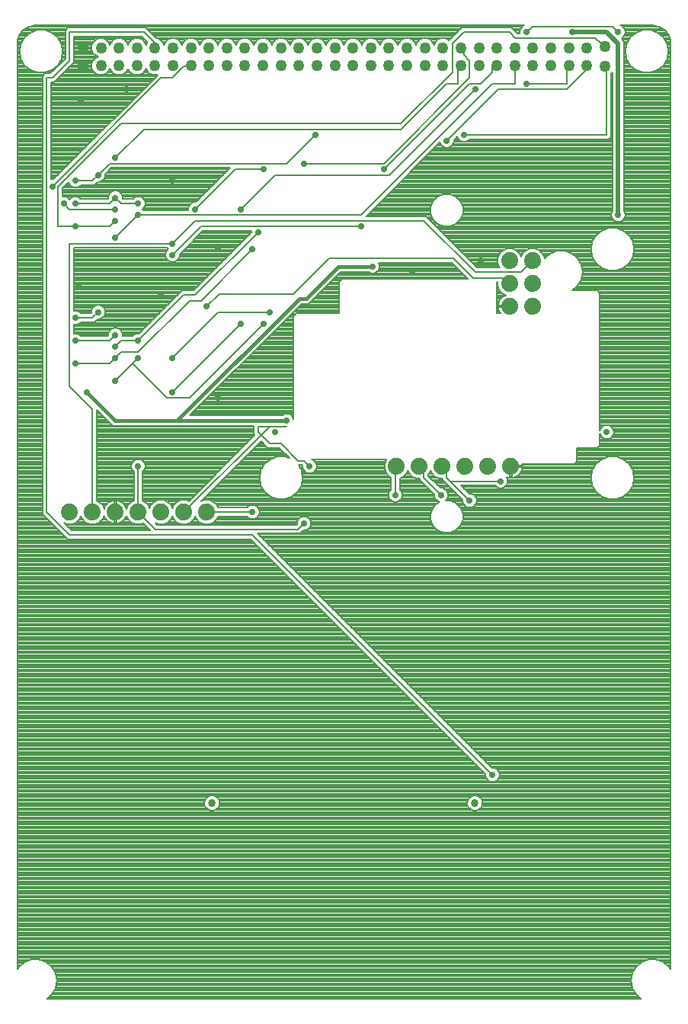
<source format=gbl>
G75*
%MOIN*%
%OFA0B0*%
%FSLAX25Y25*%
%IPPOS*%
%LPD*%
%AMOC8*
5,1,8,0,0,1.08239X$1,22.5*
%
%ADD10C,0.07400*%
%ADD11R,0.05020X0.05020*%
%ADD12C,0.05020*%
%ADD13C,0.03400*%
%ADD14C,0.00800*%
%ADD15C,0.02900*%
%ADD16C,0.00700*%
%ADD17C,0.02000*%
%ADD18C,0.01500*%
D10*
X0168333Y0325000D03*
X0178333Y0325000D03*
X0188333Y0325000D03*
X0198333Y0325000D03*
X0208333Y0325000D03*
X0218333Y0325000D03*
X0228333Y0325000D03*
X0311333Y0345000D03*
X0321333Y0345000D03*
X0331333Y0345000D03*
X0341333Y0345000D03*
X0351333Y0345000D03*
X0361333Y0345000D03*
X0360833Y0415000D03*
X0360833Y0425000D03*
X0360833Y0435000D03*
X0370833Y0435000D03*
X0370833Y0425000D03*
X0370833Y0415000D03*
D11*
X0174160Y0519921D03*
D12*
X0182034Y0520315D03*
X0182034Y0528189D03*
X0174160Y0528583D03*
X0189908Y0528189D03*
X0189908Y0520315D03*
X0197782Y0520315D03*
X0197782Y0528189D03*
X0205656Y0528189D03*
X0205656Y0520315D03*
X0213530Y0520315D03*
X0213530Y0528189D03*
X0221404Y0528189D03*
X0221404Y0520315D03*
X0229278Y0520315D03*
X0229278Y0528189D03*
X0237152Y0528189D03*
X0237152Y0520315D03*
X0245026Y0520315D03*
X0245026Y0528189D03*
X0252900Y0528189D03*
X0252900Y0520315D03*
X0260774Y0520315D03*
X0260774Y0528189D03*
X0268648Y0528189D03*
X0268648Y0520315D03*
X0276522Y0520315D03*
X0276522Y0528189D03*
X0284396Y0528189D03*
X0284396Y0520315D03*
X0292270Y0520315D03*
X0292270Y0528189D03*
X0300144Y0528189D03*
X0300144Y0520315D03*
X0308018Y0520315D03*
X0308018Y0528189D03*
X0315892Y0528189D03*
X0315892Y0520315D03*
X0323766Y0520315D03*
X0323766Y0528189D03*
X0331640Y0528189D03*
X0331640Y0520315D03*
X0339514Y0520315D03*
X0339514Y0528189D03*
X0347388Y0528189D03*
X0347388Y0520315D03*
X0355262Y0520315D03*
X0355262Y0528189D03*
X0363136Y0528189D03*
X0363136Y0520315D03*
X0371010Y0520315D03*
X0371010Y0528189D03*
X0378885Y0528189D03*
X0378885Y0520315D03*
X0386759Y0520315D03*
X0386759Y0528189D03*
X0394633Y0528189D03*
X0394633Y0520315D03*
X0402507Y0519921D03*
X0402507Y0528583D03*
D13*
X0345633Y0197700D03*
X0230633Y0197700D03*
D14*
X0145433Y0124917D02*
X0145433Y0530000D01*
X0145531Y0531236D01*
X0146294Y0533587D01*
X0147747Y0535586D01*
X0149747Y0537039D01*
X0152097Y0537803D01*
X0153333Y0537900D01*
X0367365Y0537900D01*
X0366606Y0537586D01*
X0365748Y0536728D01*
X0365283Y0535607D01*
X0365283Y0534450D01*
X0364141Y0534450D01*
X0361641Y0536950D01*
X0340026Y0536950D01*
X0335026Y0531950D01*
X0335026Y0531950D01*
X0334359Y0531283D01*
X0333968Y0531673D01*
X0332458Y0532299D01*
X0330823Y0532299D01*
X0329312Y0531673D01*
X0328156Y0530517D01*
X0327703Y0529424D01*
X0327251Y0530517D01*
X0326094Y0531673D01*
X0324584Y0532299D01*
X0322949Y0532299D01*
X0321438Y0531673D01*
X0320282Y0530517D01*
X0319829Y0529424D01*
X0319377Y0530517D01*
X0318220Y0531673D01*
X0316710Y0532299D01*
X0315075Y0532299D01*
X0313564Y0531673D01*
X0312408Y0530517D01*
X0311955Y0529424D01*
X0311503Y0530517D01*
X0310346Y0531673D01*
X0308836Y0532299D01*
X0307201Y0532299D01*
X0305690Y0531673D01*
X0304534Y0530517D01*
X0304081Y0529424D01*
X0303628Y0530517D01*
X0302472Y0531673D01*
X0300962Y0532299D01*
X0299327Y0532299D01*
X0297816Y0531673D01*
X0296660Y0530517D01*
X0296207Y0529424D01*
X0295754Y0530517D01*
X0294598Y0531673D01*
X0293088Y0532299D01*
X0291453Y0532299D01*
X0289942Y0531673D01*
X0288786Y0530517D01*
X0288333Y0529424D01*
X0287880Y0530517D01*
X0286724Y0531673D01*
X0285214Y0532299D01*
X0283579Y0532299D01*
X0282068Y0531673D01*
X0280912Y0530517D01*
X0280459Y0529424D01*
X0280006Y0530517D01*
X0278850Y0531673D01*
X0277340Y0532299D01*
X0275705Y0532299D01*
X0274194Y0531673D01*
X0273038Y0530517D01*
X0272585Y0529424D01*
X0272132Y0530517D01*
X0270976Y0531673D01*
X0269466Y0532299D01*
X0267831Y0532299D01*
X0266320Y0531673D01*
X0265164Y0530517D01*
X0264711Y0529424D01*
X0264258Y0530517D01*
X0263102Y0531673D01*
X0261592Y0532299D01*
X0259957Y0532299D01*
X0258446Y0531673D01*
X0257290Y0530517D01*
X0256837Y0529424D01*
X0256384Y0530517D01*
X0255228Y0531673D01*
X0253718Y0532299D01*
X0252083Y0532299D01*
X0250572Y0531673D01*
X0249416Y0530517D01*
X0248963Y0529424D01*
X0248510Y0530517D01*
X0247354Y0531673D01*
X0245844Y0532299D01*
X0244209Y0532299D01*
X0242698Y0531673D01*
X0241542Y0530517D01*
X0241089Y0529424D01*
X0240636Y0530517D01*
X0239480Y0531673D01*
X0237970Y0532299D01*
X0236335Y0532299D01*
X0234824Y0531673D01*
X0233668Y0530517D01*
X0233215Y0529424D01*
X0232762Y0530517D01*
X0231606Y0531673D01*
X0230096Y0532299D01*
X0228461Y0532299D01*
X0226950Y0531673D01*
X0225794Y0530517D01*
X0225341Y0529424D01*
X0224888Y0530517D01*
X0223732Y0531673D01*
X0222222Y0532299D01*
X0220587Y0532299D01*
X0219076Y0531673D01*
X0217920Y0530517D01*
X0217467Y0529424D01*
X0217014Y0530517D01*
X0215858Y0531673D01*
X0214348Y0532299D01*
X0212713Y0532299D01*
X0211202Y0531673D01*
X0210046Y0530517D01*
X0209593Y0529424D01*
X0209140Y0530517D01*
X0207984Y0531673D01*
X0206474Y0532299D01*
X0206292Y0532299D01*
X0201641Y0536950D01*
X0167526Y0536950D01*
X0166383Y0535808D01*
X0166383Y0523308D01*
X0160026Y0516950D01*
X0157526Y0516950D01*
X0156383Y0515808D01*
X0156383Y0324192D01*
X0157526Y0323050D01*
X0167526Y0313050D01*
X0247526Y0313050D01*
X0350283Y0210292D01*
X0350283Y0209393D01*
X0350748Y0208272D01*
X0351606Y0207414D01*
X0352727Y0206950D01*
X0353940Y0206950D01*
X0355061Y0207414D01*
X0355919Y0208272D01*
X0356383Y0209393D01*
X0356383Y0210607D01*
X0355919Y0211728D01*
X0355061Y0212586D01*
X0353940Y0213050D01*
X0353041Y0213050D01*
X0250541Y0315550D01*
X0269141Y0315550D01*
X0270541Y0316950D01*
X0271440Y0316950D01*
X0272561Y0317414D01*
X0273419Y0318272D01*
X0273883Y0319393D01*
X0273883Y0320607D01*
X0273419Y0321728D01*
X0272561Y0322586D01*
X0271440Y0323050D01*
X0270227Y0323050D01*
X0269106Y0322586D01*
X0268248Y0321728D01*
X0267783Y0320607D01*
X0267783Y0319708D01*
X0267526Y0319450D01*
X0206641Y0319450D01*
X0205763Y0320328D01*
X0207279Y0319700D01*
X0209388Y0319700D01*
X0211336Y0320507D01*
X0212826Y0321998D01*
X0213333Y0323222D01*
X0213840Y0321998D01*
X0215331Y0320507D01*
X0217279Y0319700D01*
X0219388Y0319700D01*
X0221336Y0320507D01*
X0222826Y0321998D01*
X0223333Y0323222D01*
X0223840Y0321998D01*
X0225331Y0320507D01*
X0227279Y0319700D01*
X0229388Y0319700D01*
X0231336Y0320507D01*
X0232826Y0321998D01*
X0233262Y0323050D01*
X0245970Y0323050D01*
X0246606Y0322414D01*
X0247727Y0321950D01*
X0248940Y0321950D01*
X0250061Y0322414D01*
X0250919Y0323272D01*
X0251383Y0324393D01*
X0251383Y0325607D01*
X0250919Y0326728D01*
X0250061Y0327586D01*
X0248940Y0328050D01*
X0247727Y0328050D01*
X0246606Y0327586D01*
X0245970Y0326950D01*
X0233262Y0326950D01*
X0232826Y0328002D01*
X0231336Y0329493D01*
X0229388Y0330300D01*
X0227279Y0330300D01*
X0225763Y0329672D01*
X0252083Y0355992D01*
X0255026Y0353050D01*
X0260026Y0353050D01*
X0264521Y0348555D01*
X0262473Y0349300D01*
X0259193Y0349300D01*
X0256112Y0348178D01*
X0256112Y0348178D01*
X0253599Y0346070D01*
X0251959Y0343230D01*
X0251390Y0340000D01*
X0251959Y0336770D01*
X0253599Y0333930D01*
X0256112Y0331822D01*
X0259193Y0330700D01*
X0262473Y0330700D01*
X0265555Y0331822D01*
X0268067Y0333930D01*
X0269707Y0336770D01*
X0270277Y0340000D01*
X0269707Y0343230D01*
X0268368Y0345550D01*
X0270026Y0345550D01*
X0270283Y0345292D01*
X0270283Y0344393D01*
X0270748Y0343272D01*
X0271606Y0342414D01*
X0272727Y0341950D01*
X0273940Y0341950D01*
X0275061Y0342414D01*
X0275919Y0343272D01*
X0276383Y0344393D01*
X0276383Y0345607D01*
X0275919Y0346728D01*
X0275061Y0347586D01*
X0274061Y0348000D01*
X0306839Y0348000D01*
X0306033Y0346054D01*
X0306033Y0343946D01*
X0306840Y0341998D01*
X0308331Y0340507D01*
X0308883Y0340278D01*
X0308883Y0334863D01*
X0308248Y0334228D01*
X0307783Y0333107D01*
X0307783Y0331893D01*
X0308248Y0330772D01*
X0309106Y0329914D01*
X0310227Y0329450D01*
X0311440Y0329450D01*
X0312561Y0329914D01*
X0313419Y0330772D01*
X0313883Y0331893D01*
X0313883Y0333107D01*
X0313419Y0334228D01*
X0312783Y0334863D01*
X0312783Y0339864D01*
X0314336Y0340507D01*
X0315826Y0341998D01*
X0316333Y0343222D01*
X0316840Y0341998D01*
X0318331Y0340507D01*
X0320279Y0339700D01*
X0321383Y0339700D01*
X0321383Y0339192D01*
X0327783Y0332792D01*
X0327783Y0331893D01*
X0328248Y0330772D01*
X0329106Y0329914D01*
X0330227Y0329450D01*
X0330352Y0329450D01*
X0329311Y0329019D01*
X0327314Y0327022D01*
X0326233Y0324412D01*
X0326233Y0321588D01*
X0327314Y0318978D01*
X0329311Y0316981D01*
X0331921Y0315900D01*
X0334746Y0315900D01*
X0337355Y0316981D01*
X0339352Y0318978D01*
X0340433Y0321588D01*
X0340433Y0324412D01*
X0339352Y0327022D01*
X0337355Y0329019D01*
X0334746Y0330100D01*
X0332747Y0330100D01*
X0333419Y0330772D01*
X0333883Y0331893D01*
X0333883Y0333107D01*
X0333419Y0334228D01*
X0332561Y0335086D01*
X0331440Y0335550D01*
X0330541Y0335550D01*
X0325283Y0340808D01*
X0325283Y0341455D01*
X0325826Y0341998D01*
X0326333Y0343222D01*
X0326840Y0341998D01*
X0328331Y0340507D01*
X0330279Y0339700D01*
X0331383Y0339700D01*
X0331383Y0339192D01*
X0333026Y0337550D01*
X0340283Y0330292D01*
X0340283Y0329393D01*
X0340748Y0328272D01*
X0341606Y0327414D01*
X0342727Y0326950D01*
X0343940Y0326950D01*
X0345061Y0327414D01*
X0345919Y0328272D01*
X0346383Y0329393D01*
X0346383Y0330607D01*
X0345919Y0331728D01*
X0345061Y0332586D01*
X0343940Y0333050D01*
X0343041Y0333050D01*
X0339541Y0336550D01*
X0354470Y0336550D01*
X0355106Y0335914D01*
X0356227Y0335450D01*
X0357440Y0335450D01*
X0358561Y0335914D01*
X0359419Y0336772D01*
X0359883Y0337893D01*
X0359883Y0339107D01*
X0359419Y0340228D01*
X0359370Y0340276D01*
X0359376Y0340274D01*
X0360139Y0340026D01*
X0360932Y0339900D01*
X0360933Y0339900D01*
X0360933Y0344600D01*
X0361733Y0344600D01*
X0361733Y0339900D01*
X0361735Y0339900D01*
X0362528Y0340026D01*
X0363291Y0340274D01*
X0364006Y0340638D01*
X0364656Y0341110D01*
X0365223Y0341678D01*
X0365695Y0342327D01*
X0366060Y0343042D01*
X0366308Y0343806D01*
X0366433Y0344599D01*
X0366433Y0344600D01*
X0361733Y0344600D01*
X0361733Y0345400D01*
X0366433Y0345400D01*
X0366433Y0345401D01*
X0366338Y0346000D01*
X0389162Y0346000D01*
X0390333Y0347172D01*
X0390333Y0348828D01*
X0390283Y0348878D01*
X0390283Y0353050D01*
X0397455Y0353050D01*
X0397505Y0353000D01*
X0399162Y0353000D01*
X0400333Y0354172D01*
X0400333Y0359273D01*
X0400748Y0358272D01*
X0401606Y0357414D01*
X0402727Y0356950D01*
X0403940Y0356950D01*
X0405061Y0357414D01*
X0405919Y0358272D01*
X0406383Y0359393D01*
X0406383Y0360607D01*
X0405919Y0361728D01*
X0405061Y0362586D01*
X0403940Y0363050D01*
X0402727Y0363050D01*
X0401606Y0362586D01*
X0400748Y0361728D01*
X0400333Y0360727D01*
X0400333Y0420828D01*
X0399162Y0422000D01*
X0388267Y0422000D01*
X0390567Y0423930D01*
X0390567Y0423930D01*
X0392207Y0426770D01*
X0392207Y0426770D01*
X0392777Y0430000D01*
X0392207Y0433230D01*
X0390567Y0436070D01*
X0388055Y0438178D01*
X0384973Y0439300D01*
X0381693Y0439300D01*
X0378612Y0438178D01*
X0378612Y0438178D01*
X0376120Y0436087D01*
X0375326Y0438002D01*
X0373836Y0439493D01*
X0371888Y0440300D01*
X0369779Y0440300D01*
X0367831Y0439493D01*
X0366340Y0438002D01*
X0365833Y0436778D01*
X0365326Y0438002D01*
X0363836Y0439493D01*
X0361888Y0440300D01*
X0359779Y0440300D01*
X0357831Y0439493D01*
X0356340Y0438002D01*
X0355533Y0436054D01*
X0355533Y0433946D01*
X0356340Y0431998D01*
X0356388Y0431950D01*
X0346641Y0431950D01*
X0324141Y0454450D01*
X0298041Y0454450D01*
X0330342Y0486751D01*
X0330748Y0485772D01*
X0331606Y0484914D01*
X0332727Y0484450D01*
X0333940Y0484450D01*
X0335061Y0484914D01*
X0335919Y0485772D01*
X0336383Y0486893D01*
X0336383Y0487792D01*
X0337842Y0489251D01*
X0338248Y0488272D01*
X0339106Y0487414D01*
X0340227Y0486950D01*
X0341440Y0486950D01*
X0342561Y0487414D01*
X0343197Y0488050D01*
X0404141Y0488050D01*
X0405283Y0489192D01*
X0405283Y0516886D01*
X0405733Y0517336D01*
X0405733Y0456693D01*
X0405283Y0455607D01*
X0405283Y0454393D01*
X0405748Y0453272D01*
X0406606Y0452414D01*
X0407727Y0451950D01*
X0408940Y0451950D01*
X0410061Y0452414D01*
X0410919Y0453272D01*
X0411383Y0454393D01*
X0411383Y0455607D01*
X0410933Y0456693D01*
X0410933Y0530517D01*
X0410537Y0531473D01*
X0409806Y0532204D01*
X0409732Y0532278D01*
X0410061Y0532414D01*
X0410919Y0533272D01*
X0411383Y0534393D01*
X0411383Y0535607D01*
X0410919Y0536728D01*
X0410061Y0537586D01*
X0409302Y0537900D01*
X0423333Y0537900D01*
X0424569Y0537803D01*
X0426920Y0537039D01*
X0428919Y0535586D01*
X0430372Y0533587D01*
X0431136Y0531236D01*
X0431233Y0530000D01*
X0431233Y0124917D01*
X0430567Y0126070D01*
X0428055Y0128178D01*
X0424973Y0129300D01*
X0421693Y0129300D01*
X0418612Y0128178D01*
X0418612Y0128178D01*
X0416099Y0126070D01*
X0414459Y0123230D01*
X0413890Y0120000D01*
X0414459Y0116770D01*
X0416099Y0113930D01*
X0418280Y0112100D01*
X0158387Y0112100D01*
X0160567Y0113930D01*
X0162207Y0116770D01*
X0162207Y0116770D01*
X0162777Y0120000D01*
X0162207Y0123230D01*
X0160567Y0126070D01*
X0158055Y0128178D01*
X0154973Y0129300D01*
X0151693Y0129300D01*
X0148612Y0128178D01*
X0148612Y0128178D01*
X0146099Y0126070D01*
X0145433Y0124917D01*
X0145433Y0125172D02*
X0145581Y0125172D01*
X0145433Y0125970D02*
X0146042Y0125970D01*
X0146099Y0126070D02*
X0146099Y0126070D01*
X0146099Y0126070D01*
X0145433Y0126769D02*
X0146932Y0126769D01*
X0147883Y0127567D02*
X0145433Y0127567D01*
X0145433Y0128366D02*
X0149127Y0128366D01*
X0151321Y0129164D02*
X0145433Y0129164D01*
X0145433Y0129963D02*
X0431233Y0129963D01*
X0431233Y0130761D02*
X0145433Y0130761D01*
X0145433Y0131560D02*
X0431233Y0131560D01*
X0431233Y0132358D02*
X0145433Y0132358D01*
X0145433Y0133157D02*
X0431233Y0133157D01*
X0431233Y0133955D02*
X0145433Y0133955D01*
X0145433Y0134754D02*
X0431233Y0134754D01*
X0431233Y0135552D02*
X0145433Y0135552D01*
X0145433Y0136351D02*
X0431233Y0136351D01*
X0431233Y0137149D02*
X0145433Y0137149D01*
X0145433Y0137948D02*
X0431233Y0137948D01*
X0431233Y0138746D02*
X0145433Y0138746D01*
X0145433Y0139545D02*
X0431233Y0139545D01*
X0431233Y0140343D02*
X0145433Y0140343D01*
X0145433Y0141142D02*
X0431233Y0141142D01*
X0431233Y0141940D02*
X0145433Y0141940D01*
X0145433Y0142739D02*
X0431233Y0142739D01*
X0431233Y0143537D02*
X0145433Y0143537D01*
X0145433Y0144336D02*
X0431233Y0144336D01*
X0431233Y0145134D02*
X0145433Y0145134D01*
X0145433Y0145933D02*
X0431233Y0145933D01*
X0431233Y0146732D02*
X0145433Y0146732D01*
X0145433Y0147530D02*
X0431233Y0147530D01*
X0431233Y0148329D02*
X0145433Y0148329D01*
X0145433Y0149127D02*
X0431233Y0149127D01*
X0431233Y0149926D02*
X0145433Y0149926D01*
X0145433Y0150724D02*
X0431233Y0150724D01*
X0431233Y0151523D02*
X0145433Y0151523D01*
X0145433Y0152321D02*
X0431233Y0152321D01*
X0431233Y0153120D02*
X0145433Y0153120D01*
X0145433Y0153918D02*
X0431233Y0153918D01*
X0431233Y0154717D02*
X0145433Y0154717D01*
X0145433Y0155515D02*
X0431233Y0155515D01*
X0431233Y0156314D02*
X0145433Y0156314D01*
X0145433Y0157112D02*
X0431233Y0157112D01*
X0431233Y0157911D02*
X0145433Y0157911D01*
X0145433Y0158709D02*
X0431233Y0158709D01*
X0431233Y0159508D02*
X0145433Y0159508D01*
X0145433Y0160306D02*
X0431233Y0160306D01*
X0431233Y0161105D02*
X0145433Y0161105D01*
X0145433Y0161903D02*
X0431233Y0161903D01*
X0431233Y0162702D02*
X0145433Y0162702D01*
X0145433Y0163500D02*
X0431233Y0163500D01*
X0431233Y0164299D02*
X0145433Y0164299D01*
X0145433Y0165097D02*
X0431233Y0165097D01*
X0431233Y0165896D02*
X0145433Y0165896D01*
X0145433Y0166694D02*
X0431233Y0166694D01*
X0431233Y0167493D02*
X0145433Y0167493D01*
X0145433Y0168291D02*
X0431233Y0168291D01*
X0431233Y0169090D02*
X0145433Y0169090D01*
X0145433Y0169888D02*
X0431233Y0169888D01*
X0431233Y0170687D02*
X0145433Y0170687D01*
X0145433Y0171485D02*
X0431233Y0171485D01*
X0431233Y0172284D02*
X0145433Y0172284D01*
X0145433Y0173082D02*
X0431233Y0173082D01*
X0431233Y0173881D02*
X0145433Y0173881D01*
X0145433Y0174679D02*
X0431233Y0174679D01*
X0431233Y0175478D02*
X0145433Y0175478D01*
X0145433Y0176276D02*
X0431233Y0176276D01*
X0431233Y0177075D02*
X0145433Y0177075D01*
X0145433Y0177873D02*
X0431233Y0177873D01*
X0431233Y0178672D02*
X0145433Y0178672D01*
X0145433Y0179470D02*
X0431233Y0179470D01*
X0431233Y0180269D02*
X0145433Y0180269D01*
X0145433Y0181068D02*
X0431233Y0181068D01*
X0431233Y0181866D02*
X0145433Y0181866D01*
X0145433Y0182665D02*
X0431233Y0182665D01*
X0431233Y0183463D02*
X0145433Y0183463D01*
X0145433Y0184262D02*
X0431233Y0184262D01*
X0431233Y0185060D02*
X0145433Y0185060D01*
X0145433Y0185859D02*
X0431233Y0185859D01*
X0431233Y0186657D02*
X0145433Y0186657D01*
X0145433Y0187456D02*
X0431233Y0187456D01*
X0431233Y0188254D02*
X0145433Y0188254D01*
X0145433Y0189053D02*
X0431233Y0189053D01*
X0431233Y0189851D02*
X0145433Y0189851D01*
X0145433Y0190650D02*
X0431233Y0190650D01*
X0431233Y0191448D02*
X0145433Y0191448D01*
X0145433Y0192247D02*
X0431233Y0192247D01*
X0431233Y0193045D02*
X0145433Y0193045D01*
X0145433Y0193844D02*
X0431233Y0193844D01*
X0431233Y0194642D02*
X0346874Y0194642D01*
X0346290Y0194400D02*
X0347503Y0194902D01*
X0348431Y0195831D01*
X0348933Y0197044D01*
X0348933Y0198356D01*
X0348431Y0199569D01*
X0347503Y0200498D01*
X0346290Y0201000D01*
X0344977Y0201000D01*
X0343764Y0200498D01*
X0342836Y0199569D01*
X0342333Y0198356D01*
X0342333Y0197044D01*
X0342836Y0195831D01*
X0343764Y0194902D01*
X0344977Y0194400D01*
X0346290Y0194400D01*
X0344392Y0194642D02*
X0231874Y0194642D01*
X0231290Y0194400D02*
X0232503Y0194902D01*
X0233431Y0195831D01*
X0233933Y0197044D01*
X0233933Y0198356D01*
X0233431Y0199569D01*
X0232503Y0200498D01*
X0231290Y0201000D01*
X0229977Y0201000D01*
X0228764Y0200498D01*
X0227836Y0199569D01*
X0227333Y0198356D01*
X0227333Y0197044D01*
X0227836Y0195831D01*
X0228764Y0194902D01*
X0229977Y0194400D01*
X0231290Y0194400D01*
X0229392Y0194642D02*
X0145433Y0194642D01*
X0145433Y0195441D02*
X0228226Y0195441D01*
X0227666Y0196239D02*
X0145433Y0196239D01*
X0145433Y0197038D02*
X0227336Y0197038D01*
X0227333Y0197836D02*
X0145433Y0197836D01*
X0145433Y0198635D02*
X0227449Y0198635D01*
X0227779Y0199433D02*
X0145433Y0199433D01*
X0145433Y0200232D02*
X0228498Y0200232D01*
X0232768Y0200232D02*
X0343498Y0200232D01*
X0342779Y0199433D02*
X0233487Y0199433D01*
X0233818Y0198635D02*
X0342449Y0198635D01*
X0342333Y0197836D02*
X0233933Y0197836D01*
X0233931Y0197038D02*
X0342336Y0197038D01*
X0342666Y0196239D02*
X0233600Y0196239D01*
X0233041Y0195441D02*
X0343226Y0195441D01*
X0348041Y0195441D02*
X0431233Y0195441D01*
X0431233Y0196239D02*
X0348600Y0196239D01*
X0348931Y0197038D02*
X0431233Y0197038D01*
X0431233Y0197836D02*
X0348933Y0197836D01*
X0348818Y0198635D02*
X0431233Y0198635D01*
X0431233Y0199433D02*
X0348487Y0199433D01*
X0347768Y0200232D02*
X0431233Y0200232D01*
X0431233Y0201030D02*
X0145433Y0201030D01*
X0145433Y0201829D02*
X0431233Y0201829D01*
X0431233Y0202627D02*
X0145433Y0202627D01*
X0145433Y0203426D02*
X0431233Y0203426D01*
X0431233Y0204224D02*
X0145433Y0204224D01*
X0145433Y0205023D02*
X0431233Y0205023D01*
X0431233Y0205821D02*
X0145433Y0205821D01*
X0145433Y0206620D02*
X0431233Y0206620D01*
X0431233Y0207418D02*
X0355065Y0207418D01*
X0355864Y0208217D02*
X0431233Y0208217D01*
X0431233Y0209015D02*
X0356227Y0209015D01*
X0356383Y0209814D02*
X0431233Y0209814D01*
X0431233Y0210612D02*
X0356381Y0210612D01*
X0356050Y0211411D02*
X0431233Y0211411D01*
X0431233Y0212209D02*
X0355437Y0212209D01*
X0354041Y0213008D02*
X0431233Y0213008D01*
X0431233Y0213806D02*
X0352285Y0213806D01*
X0351486Y0214605D02*
X0431233Y0214605D01*
X0431233Y0215403D02*
X0350688Y0215403D01*
X0349889Y0216202D02*
X0431233Y0216202D01*
X0431233Y0217001D02*
X0349091Y0217001D01*
X0348292Y0217799D02*
X0431233Y0217799D01*
X0431233Y0218598D02*
X0347493Y0218598D01*
X0346695Y0219396D02*
X0431233Y0219396D01*
X0431233Y0220195D02*
X0345896Y0220195D01*
X0345098Y0220993D02*
X0431233Y0220993D01*
X0431233Y0221792D02*
X0344299Y0221792D01*
X0343501Y0222590D02*
X0431233Y0222590D01*
X0431233Y0223389D02*
X0342702Y0223389D01*
X0341904Y0224187D02*
X0431233Y0224187D01*
X0431233Y0224986D02*
X0341105Y0224986D01*
X0340307Y0225784D02*
X0431233Y0225784D01*
X0431233Y0226583D02*
X0339508Y0226583D01*
X0338710Y0227381D02*
X0431233Y0227381D01*
X0431233Y0228180D02*
X0337911Y0228180D01*
X0337113Y0228978D02*
X0431233Y0228978D01*
X0431233Y0229777D02*
X0336314Y0229777D01*
X0335516Y0230575D02*
X0431233Y0230575D01*
X0431233Y0231374D02*
X0334717Y0231374D01*
X0333919Y0232172D02*
X0431233Y0232172D01*
X0431233Y0232971D02*
X0333120Y0232971D01*
X0332322Y0233769D02*
X0431233Y0233769D01*
X0431233Y0234568D02*
X0331523Y0234568D01*
X0330725Y0235366D02*
X0431233Y0235366D01*
X0431233Y0236165D02*
X0329926Y0236165D01*
X0329128Y0236963D02*
X0431233Y0236963D01*
X0431233Y0237762D02*
X0328329Y0237762D01*
X0327531Y0238560D02*
X0431233Y0238560D01*
X0431233Y0239359D02*
X0326732Y0239359D01*
X0325934Y0240157D02*
X0431233Y0240157D01*
X0431233Y0240956D02*
X0325135Y0240956D01*
X0324337Y0241754D02*
X0431233Y0241754D01*
X0431233Y0242553D02*
X0323538Y0242553D01*
X0322740Y0243351D02*
X0431233Y0243351D01*
X0431233Y0244150D02*
X0321941Y0244150D01*
X0321143Y0244948D02*
X0431233Y0244948D01*
X0431233Y0245747D02*
X0320344Y0245747D01*
X0319546Y0246545D02*
X0431233Y0246545D01*
X0431233Y0247344D02*
X0318747Y0247344D01*
X0317949Y0248142D02*
X0431233Y0248142D01*
X0431233Y0248941D02*
X0317150Y0248941D01*
X0316352Y0249739D02*
X0431233Y0249739D01*
X0431233Y0250538D02*
X0315553Y0250538D01*
X0314755Y0251337D02*
X0431233Y0251337D01*
X0431233Y0252135D02*
X0313956Y0252135D01*
X0313158Y0252934D02*
X0431233Y0252934D01*
X0431233Y0253732D02*
X0312359Y0253732D01*
X0311560Y0254531D02*
X0431233Y0254531D01*
X0431233Y0255329D02*
X0310762Y0255329D01*
X0309963Y0256128D02*
X0431233Y0256128D01*
X0431233Y0256926D02*
X0309165Y0256926D01*
X0308366Y0257725D02*
X0431233Y0257725D01*
X0431233Y0258523D02*
X0307568Y0258523D01*
X0306769Y0259322D02*
X0431233Y0259322D01*
X0431233Y0260120D02*
X0305971Y0260120D01*
X0305172Y0260919D02*
X0431233Y0260919D01*
X0431233Y0261717D02*
X0304374Y0261717D01*
X0303575Y0262516D02*
X0431233Y0262516D01*
X0431233Y0263314D02*
X0302777Y0263314D01*
X0301978Y0264113D02*
X0431233Y0264113D01*
X0431233Y0264911D02*
X0301180Y0264911D01*
X0300381Y0265710D02*
X0431233Y0265710D01*
X0431233Y0266508D02*
X0299583Y0266508D01*
X0298784Y0267307D02*
X0431233Y0267307D01*
X0431233Y0268105D02*
X0297986Y0268105D01*
X0297187Y0268904D02*
X0431233Y0268904D01*
X0431233Y0269702D02*
X0296389Y0269702D01*
X0295590Y0270501D02*
X0431233Y0270501D01*
X0431233Y0271299D02*
X0294792Y0271299D01*
X0293993Y0272098D02*
X0431233Y0272098D01*
X0431233Y0272896D02*
X0293195Y0272896D01*
X0292396Y0273695D02*
X0431233Y0273695D01*
X0431233Y0274493D02*
X0291598Y0274493D01*
X0290799Y0275292D02*
X0431233Y0275292D01*
X0431233Y0276090D02*
X0290001Y0276090D01*
X0289202Y0276889D02*
X0431233Y0276889D01*
X0431233Y0277687D02*
X0288404Y0277687D01*
X0287605Y0278486D02*
X0431233Y0278486D01*
X0431233Y0279284D02*
X0286807Y0279284D01*
X0286008Y0280083D02*
X0431233Y0280083D01*
X0431233Y0280881D02*
X0285210Y0280881D01*
X0284411Y0281680D02*
X0431233Y0281680D01*
X0431233Y0282478D02*
X0283613Y0282478D01*
X0282814Y0283277D02*
X0431233Y0283277D01*
X0431233Y0284075D02*
X0282016Y0284075D01*
X0281217Y0284874D02*
X0431233Y0284874D01*
X0431233Y0285672D02*
X0280419Y0285672D01*
X0279620Y0286471D02*
X0431233Y0286471D01*
X0431233Y0287270D02*
X0278822Y0287270D01*
X0278023Y0288068D02*
X0431233Y0288068D01*
X0431233Y0288867D02*
X0277224Y0288867D01*
X0276426Y0289665D02*
X0431233Y0289665D01*
X0431233Y0290464D02*
X0275627Y0290464D01*
X0274829Y0291262D02*
X0431233Y0291262D01*
X0431233Y0292061D02*
X0274030Y0292061D01*
X0273232Y0292859D02*
X0431233Y0292859D01*
X0431233Y0293658D02*
X0272433Y0293658D01*
X0271635Y0294456D02*
X0431233Y0294456D01*
X0431233Y0295255D02*
X0270836Y0295255D01*
X0270038Y0296053D02*
X0431233Y0296053D01*
X0431233Y0296852D02*
X0269239Y0296852D01*
X0268441Y0297650D02*
X0431233Y0297650D01*
X0431233Y0298449D02*
X0267642Y0298449D01*
X0266844Y0299247D02*
X0431233Y0299247D01*
X0431233Y0300046D02*
X0266045Y0300046D01*
X0265247Y0300844D02*
X0431233Y0300844D01*
X0431233Y0301643D02*
X0264448Y0301643D01*
X0263650Y0302441D02*
X0431233Y0302441D01*
X0431233Y0303240D02*
X0262851Y0303240D01*
X0262053Y0304038D02*
X0431233Y0304038D01*
X0431233Y0304837D02*
X0261254Y0304837D01*
X0260456Y0305635D02*
X0431233Y0305635D01*
X0431233Y0306434D02*
X0259657Y0306434D01*
X0258859Y0307232D02*
X0431233Y0307232D01*
X0431233Y0308031D02*
X0258060Y0308031D01*
X0257262Y0308829D02*
X0431233Y0308829D01*
X0431233Y0309628D02*
X0256463Y0309628D01*
X0255665Y0310426D02*
X0431233Y0310426D01*
X0431233Y0311225D02*
X0254866Y0311225D01*
X0254068Y0312023D02*
X0431233Y0312023D01*
X0431233Y0312822D02*
X0253269Y0312822D01*
X0252471Y0313620D02*
X0431233Y0313620D01*
X0431233Y0314419D02*
X0251672Y0314419D01*
X0250874Y0315217D02*
X0431233Y0315217D01*
X0431233Y0316016D02*
X0335025Y0316016D01*
X0336953Y0316814D02*
X0431233Y0316814D01*
X0431233Y0317613D02*
X0337987Y0317613D01*
X0338786Y0318411D02*
X0431233Y0318411D01*
X0431233Y0319210D02*
X0339448Y0319210D01*
X0339779Y0320008D02*
X0431233Y0320008D01*
X0431233Y0320807D02*
X0340110Y0320807D01*
X0340433Y0321605D02*
X0431233Y0321605D01*
X0431233Y0322404D02*
X0340433Y0322404D01*
X0340433Y0323203D02*
X0431233Y0323203D01*
X0431233Y0324001D02*
X0340433Y0324001D01*
X0340273Y0324800D02*
X0431233Y0324800D01*
X0431233Y0325598D02*
X0339942Y0325598D01*
X0339611Y0326397D02*
X0431233Y0326397D01*
X0431233Y0327195D02*
X0344532Y0327195D01*
X0345640Y0327994D02*
X0431233Y0327994D01*
X0431233Y0328792D02*
X0346134Y0328792D01*
X0346383Y0329591D02*
X0431233Y0329591D01*
X0431233Y0330389D02*
X0346383Y0330389D01*
X0346143Y0331188D02*
X0402854Y0331188D01*
X0404193Y0330700D02*
X0401112Y0331822D01*
X0401112Y0331822D01*
X0398599Y0333930D01*
X0398599Y0333930D01*
X0396959Y0336770D01*
X0396959Y0336770D01*
X0396390Y0340000D01*
X0396390Y0340000D01*
X0396959Y0343230D01*
X0396959Y0343230D01*
X0398599Y0346070D01*
X0398599Y0346070D01*
X0398599Y0346070D01*
X0401112Y0348178D01*
X0401112Y0348178D01*
X0404193Y0349300D01*
X0407473Y0349300D01*
X0410555Y0348178D01*
X0410555Y0348178D01*
X0413067Y0346070D01*
X0413067Y0346070D01*
X0414707Y0343230D01*
X0414707Y0343230D01*
X0415277Y0340000D01*
X0415277Y0340000D01*
X0414707Y0336770D01*
X0414707Y0336770D01*
X0413067Y0333930D01*
X0413067Y0333930D01*
X0413067Y0333930D01*
X0410555Y0331822D01*
X0410555Y0331822D01*
X0407473Y0330700D01*
X0406662Y0330700D01*
X0404193Y0330700D01*
X0407473Y0330700D02*
X0407473Y0330700D01*
X0408813Y0331188D02*
X0431233Y0331188D01*
X0431233Y0331986D02*
X0410751Y0331986D01*
X0411703Y0332785D02*
X0431233Y0332785D01*
X0431233Y0333583D02*
X0412654Y0333583D01*
X0413328Y0334382D02*
X0431233Y0334382D01*
X0431233Y0335180D02*
X0413789Y0335180D01*
X0414250Y0335979D02*
X0431233Y0335979D01*
X0431233Y0336777D02*
X0414709Y0336777D01*
X0414849Y0337576D02*
X0431233Y0337576D01*
X0431233Y0338374D02*
X0414990Y0338374D01*
X0415131Y0339173D02*
X0431233Y0339173D01*
X0431233Y0339971D02*
X0415272Y0339971D01*
X0415141Y0340770D02*
X0431233Y0340770D01*
X0431233Y0341568D02*
X0415000Y0341568D01*
X0414859Y0342367D02*
X0431233Y0342367D01*
X0431233Y0343165D02*
X0414719Y0343165D01*
X0414284Y0343964D02*
X0431233Y0343964D01*
X0431233Y0344762D02*
X0413823Y0344762D01*
X0413361Y0345561D02*
X0431233Y0345561D01*
X0431233Y0346359D02*
X0412723Y0346359D01*
X0411771Y0347158D02*
X0431233Y0347158D01*
X0431233Y0347956D02*
X0410820Y0347956D01*
X0408971Y0348755D02*
X0431233Y0348755D01*
X0431233Y0349553D02*
X0390283Y0349553D01*
X0390283Y0350352D02*
X0431233Y0350352D01*
X0431233Y0351150D02*
X0390283Y0351150D01*
X0390283Y0351949D02*
X0431233Y0351949D01*
X0431233Y0352747D02*
X0390283Y0352747D01*
X0390333Y0348755D02*
X0402696Y0348755D01*
X0400847Y0347956D02*
X0390333Y0347956D01*
X0390320Y0347158D02*
X0399896Y0347158D01*
X0398944Y0346359D02*
X0389521Y0346359D01*
X0396948Y0343165D02*
X0366100Y0343165D01*
X0366333Y0343964D02*
X0397383Y0343964D01*
X0397844Y0344762D02*
X0361733Y0344762D01*
X0361733Y0343964D02*
X0360933Y0343964D01*
X0360933Y0343165D02*
X0361733Y0343165D01*
X0361733Y0342367D02*
X0360933Y0342367D01*
X0360933Y0341568D02*
X0361733Y0341568D01*
X0361733Y0340770D02*
X0360933Y0340770D01*
X0360933Y0339971D02*
X0361733Y0339971D01*
X0362185Y0339971D02*
X0396395Y0339971D01*
X0396526Y0340770D02*
X0364188Y0340770D01*
X0365114Y0341568D02*
X0396666Y0341568D01*
X0396807Y0342367D02*
X0365715Y0342367D01*
X0366408Y0345561D02*
X0398305Y0345561D01*
X0396536Y0339173D02*
X0359856Y0339173D01*
X0359883Y0338374D02*
X0396677Y0338374D01*
X0396817Y0337576D02*
X0359752Y0337576D01*
X0359421Y0336777D02*
X0396958Y0336777D01*
X0397416Y0335979D02*
X0358625Y0335979D01*
X0355041Y0335979D02*
X0340112Y0335979D01*
X0340911Y0335180D02*
X0397877Y0335180D01*
X0398338Y0334382D02*
X0341709Y0334382D01*
X0342508Y0333583D02*
X0399012Y0333583D01*
X0399964Y0332785D02*
X0344581Y0332785D01*
X0345661Y0331986D02*
X0400916Y0331986D01*
X0399708Y0353546D02*
X0431233Y0353546D01*
X0431233Y0354344D02*
X0400333Y0354344D01*
X0400333Y0355143D02*
X0431233Y0355143D01*
X0431233Y0355941D02*
X0400333Y0355941D01*
X0400333Y0356740D02*
X0431233Y0356740D01*
X0431233Y0357539D02*
X0405185Y0357539D01*
X0405946Y0358337D02*
X0431233Y0358337D01*
X0431233Y0359136D02*
X0406277Y0359136D01*
X0406383Y0359934D02*
X0431233Y0359934D01*
X0431233Y0360733D02*
X0406331Y0360733D01*
X0406000Y0361531D02*
X0431233Y0361531D01*
X0431233Y0362330D02*
X0405317Y0362330D01*
X0401350Y0362330D02*
X0400333Y0362330D01*
X0400333Y0363128D02*
X0431233Y0363128D01*
X0431233Y0363927D02*
X0400333Y0363927D01*
X0400333Y0364725D02*
X0431233Y0364725D01*
X0431233Y0365524D02*
X0400333Y0365524D01*
X0400333Y0366322D02*
X0431233Y0366322D01*
X0431233Y0367121D02*
X0400333Y0367121D01*
X0400333Y0367919D02*
X0431233Y0367919D01*
X0431233Y0368718D02*
X0400333Y0368718D01*
X0400333Y0369516D02*
X0431233Y0369516D01*
X0431233Y0370315D02*
X0400333Y0370315D01*
X0400333Y0371113D02*
X0431233Y0371113D01*
X0431233Y0371912D02*
X0400333Y0371912D01*
X0400333Y0372710D02*
X0431233Y0372710D01*
X0431233Y0373509D02*
X0400333Y0373509D01*
X0400333Y0374307D02*
X0431233Y0374307D01*
X0431233Y0375106D02*
X0400333Y0375106D01*
X0400333Y0375904D02*
X0431233Y0375904D01*
X0431233Y0376703D02*
X0400333Y0376703D01*
X0400333Y0377501D02*
X0431233Y0377501D01*
X0431233Y0378300D02*
X0400333Y0378300D01*
X0400333Y0379098D02*
X0431233Y0379098D01*
X0431233Y0379897D02*
X0400333Y0379897D01*
X0400333Y0380695D02*
X0431233Y0380695D01*
X0431233Y0381494D02*
X0400333Y0381494D01*
X0400333Y0382292D02*
X0431233Y0382292D01*
X0431233Y0383091D02*
X0400333Y0383091D01*
X0400333Y0383889D02*
X0431233Y0383889D01*
X0431233Y0384688D02*
X0400333Y0384688D01*
X0400333Y0385486D02*
X0431233Y0385486D01*
X0431233Y0386285D02*
X0400333Y0386285D01*
X0400333Y0387083D02*
X0431233Y0387083D01*
X0431233Y0387882D02*
X0400333Y0387882D01*
X0400333Y0388680D02*
X0431233Y0388680D01*
X0431233Y0389479D02*
X0400333Y0389479D01*
X0400333Y0390277D02*
X0431233Y0390277D01*
X0431233Y0391076D02*
X0400333Y0391076D01*
X0400333Y0391874D02*
X0431233Y0391874D01*
X0431233Y0392673D02*
X0400333Y0392673D01*
X0400333Y0393472D02*
X0431233Y0393472D01*
X0431233Y0394270D02*
X0400333Y0394270D01*
X0400333Y0395069D02*
X0431233Y0395069D01*
X0431233Y0395867D02*
X0400333Y0395867D01*
X0400333Y0396666D02*
X0431233Y0396666D01*
X0431233Y0397464D02*
X0400333Y0397464D01*
X0400333Y0398263D02*
X0431233Y0398263D01*
X0431233Y0399061D02*
X0400333Y0399061D01*
X0400333Y0399860D02*
X0431233Y0399860D01*
X0431233Y0400658D02*
X0400333Y0400658D01*
X0400333Y0401457D02*
X0431233Y0401457D01*
X0431233Y0402255D02*
X0400333Y0402255D01*
X0400333Y0403054D02*
X0431233Y0403054D01*
X0431233Y0403852D02*
X0400333Y0403852D01*
X0400333Y0404651D02*
X0431233Y0404651D01*
X0431233Y0405449D02*
X0400333Y0405449D01*
X0400333Y0406248D02*
X0431233Y0406248D01*
X0431233Y0407046D02*
X0400333Y0407046D01*
X0400333Y0407845D02*
X0431233Y0407845D01*
X0431233Y0408643D02*
X0400333Y0408643D01*
X0400333Y0409442D02*
X0431233Y0409442D01*
X0431233Y0410240D02*
X0400333Y0410240D01*
X0400333Y0411039D02*
X0431233Y0411039D01*
X0431233Y0411837D02*
X0400333Y0411837D01*
X0400333Y0412636D02*
X0431233Y0412636D01*
X0431233Y0413434D02*
X0400333Y0413434D01*
X0400333Y0414233D02*
X0431233Y0414233D01*
X0431233Y0415031D02*
X0400333Y0415031D01*
X0400333Y0415830D02*
X0431233Y0415830D01*
X0431233Y0416628D02*
X0400333Y0416628D01*
X0400333Y0417427D02*
X0431233Y0417427D01*
X0431233Y0418225D02*
X0400333Y0418225D01*
X0400333Y0419024D02*
X0431233Y0419024D01*
X0431233Y0419822D02*
X0400333Y0419822D01*
X0400333Y0420621D02*
X0431233Y0420621D01*
X0431233Y0421419D02*
X0399742Y0421419D01*
X0403365Y0431002D02*
X0392600Y0431002D01*
X0392459Y0431800D02*
X0401171Y0431800D01*
X0401112Y0431822D02*
X0404193Y0430700D01*
X0405005Y0430700D01*
X0407473Y0430700D01*
X0410555Y0431822D01*
X0413067Y0433930D01*
X0413067Y0433930D01*
X0414707Y0436770D01*
X0414707Y0436770D01*
X0415277Y0440000D01*
X0414707Y0443230D01*
X0413067Y0446070D01*
X0410555Y0448178D01*
X0407473Y0449300D01*
X0404193Y0449300D01*
X0401112Y0448178D01*
X0401112Y0448178D01*
X0398599Y0446070D01*
X0396959Y0443230D01*
X0396390Y0440000D01*
X0396959Y0436770D01*
X0398599Y0433930D01*
X0401112Y0431822D01*
X0401112Y0431822D01*
X0400186Y0432599D02*
X0392319Y0432599D01*
X0392207Y0433230D02*
X0392207Y0433230D01*
X0392111Y0433397D02*
X0399234Y0433397D01*
X0398599Y0433930D02*
X0398599Y0433930D01*
X0398446Y0434196D02*
X0391650Y0434196D01*
X0391189Y0434994D02*
X0397985Y0434994D01*
X0397524Y0435793D02*
X0390728Y0435793D01*
X0390567Y0436070D02*
X0390567Y0436070D01*
X0389947Y0436591D02*
X0397063Y0436591D01*
X0396959Y0436770D02*
X0396959Y0436770D01*
X0396850Y0437390D02*
X0388995Y0437390D01*
X0388055Y0438178D02*
X0388055Y0438178D01*
X0388028Y0438188D02*
X0396709Y0438188D01*
X0396569Y0438987D02*
X0385834Y0438987D01*
X0380833Y0438987D02*
X0374342Y0438987D01*
X0375140Y0438188D02*
X0378639Y0438188D01*
X0377672Y0437390D02*
X0375580Y0437390D01*
X0375911Y0436591D02*
X0376720Y0436591D01*
X0373130Y0439785D02*
X0396428Y0439785D01*
X0396390Y0440000D02*
X0396390Y0440000D01*
X0396493Y0440584D02*
X0338007Y0440584D01*
X0337209Y0441382D02*
X0396634Y0441382D01*
X0396774Y0442181D02*
X0336410Y0442181D01*
X0335612Y0442979D02*
X0396915Y0442979D01*
X0396959Y0443230D02*
X0396959Y0443230D01*
X0397276Y0443778D02*
X0334813Y0443778D01*
X0334015Y0444576D02*
X0397737Y0444576D01*
X0398198Y0445375D02*
X0333216Y0445375D01*
X0332418Y0446173D02*
X0398722Y0446173D01*
X0398599Y0446070D02*
X0398599Y0446070D01*
X0398599Y0446070D01*
X0399674Y0446972D02*
X0331619Y0446972D01*
X0330821Y0447770D02*
X0400625Y0447770D01*
X0402185Y0448569D02*
X0330022Y0448569D01*
X0329224Y0449367D02*
X0431233Y0449367D01*
X0431233Y0448569D02*
X0409482Y0448569D01*
X0410555Y0448178D02*
X0410555Y0448178D01*
X0411041Y0447770D02*
X0431233Y0447770D01*
X0431233Y0446972D02*
X0411993Y0446972D01*
X0412945Y0446173D02*
X0431233Y0446173D01*
X0431233Y0445375D02*
X0413469Y0445375D01*
X0413067Y0446070D02*
X0413067Y0446070D01*
X0413930Y0444576D02*
X0431233Y0444576D01*
X0431233Y0443778D02*
X0414391Y0443778D01*
X0414707Y0443230D02*
X0414707Y0443230D01*
X0414751Y0442979D02*
X0431233Y0442979D01*
X0431233Y0442181D02*
X0414892Y0442181D01*
X0415033Y0441382D02*
X0431233Y0441382D01*
X0431233Y0440584D02*
X0415174Y0440584D01*
X0415277Y0440000D02*
X0415277Y0440000D01*
X0415239Y0439785D02*
X0431233Y0439785D01*
X0431233Y0438987D02*
X0415098Y0438987D01*
X0414957Y0438188D02*
X0431233Y0438188D01*
X0431233Y0437390D02*
X0414816Y0437390D01*
X0414604Y0436591D02*
X0431233Y0436591D01*
X0431233Y0435793D02*
X0414143Y0435793D01*
X0413682Y0434994D02*
X0431233Y0434994D01*
X0431233Y0434196D02*
X0413221Y0434196D01*
X0412432Y0433397D02*
X0431233Y0433397D01*
X0431233Y0432599D02*
X0411481Y0432599D01*
X0410496Y0431800D02*
X0431233Y0431800D01*
X0431233Y0431002D02*
X0408302Y0431002D01*
X0407473Y0430700D02*
X0407473Y0430700D01*
X0392777Y0430000D02*
X0392777Y0430000D01*
X0392741Y0430203D02*
X0431233Y0430203D01*
X0431233Y0429405D02*
X0392672Y0429405D01*
X0392531Y0428606D02*
X0431233Y0428606D01*
X0431233Y0427808D02*
X0392390Y0427808D01*
X0392249Y0427009D02*
X0431233Y0427009D01*
X0431233Y0426210D02*
X0391884Y0426210D01*
X0391423Y0425412D02*
X0431233Y0425412D01*
X0431233Y0424613D02*
X0390962Y0424613D01*
X0390430Y0423815D02*
X0431233Y0423815D01*
X0431233Y0423016D02*
X0389479Y0423016D01*
X0388527Y0422218D02*
X0431233Y0422218D01*
X0431233Y0450166D02*
X0335387Y0450166D01*
X0334746Y0449900D02*
X0337355Y0450981D01*
X0339352Y0452978D01*
X0340433Y0455588D01*
X0340433Y0458412D01*
X0339352Y0461022D01*
X0337355Y0463019D01*
X0334746Y0464100D01*
X0331921Y0464100D01*
X0329311Y0463019D01*
X0327314Y0461022D01*
X0326233Y0458412D01*
X0326233Y0455588D01*
X0327314Y0452978D01*
X0329311Y0450981D01*
X0331921Y0449900D01*
X0334746Y0449900D01*
X0337315Y0450964D02*
X0431233Y0450964D01*
X0431233Y0451763D02*
X0338137Y0451763D01*
X0338936Y0452561D02*
X0406459Y0452561D01*
X0405711Y0453360D02*
X0339511Y0453360D01*
X0339841Y0454158D02*
X0405381Y0454158D01*
X0405283Y0454957D02*
X0340172Y0454957D01*
X0340433Y0455755D02*
X0405345Y0455755D01*
X0405676Y0456554D02*
X0340433Y0456554D01*
X0340433Y0457352D02*
X0405733Y0457352D01*
X0405733Y0458151D02*
X0340433Y0458151D01*
X0340211Y0458949D02*
X0405733Y0458949D01*
X0405733Y0459748D02*
X0339880Y0459748D01*
X0339549Y0460546D02*
X0405733Y0460546D01*
X0405733Y0461345D02*
X0339029Y0461345D01*
X0338231Y0462143D02*
X0405733Y0462143D01*
X0405733Y0462942D02*
X0337432Y0462942D01*
X0335613Y0463741D02*
X0405733Y0463741D01*
X0405733Y0464539D02*
X0308130Y0464539D01*
X0307332Y0463741D02*
X0331053Y0463741D01*
X0329234Y0462942D02*
X0306533Y0462942D01*
X0305735Y0462143D02*
X0328436Y0462143D01*
X0327637Y0461345D02*
X0304936Y0461345D01*
X0304138Y0460546D02*
X0327117Y0460546D01*
X0326787Y0459748D02*
X0303339Y0459748D01*
X0302540Y0458949D02*
X0326456Y0458949D01*
X0326233Y0458151D02*
X0301742Y0458151D01*
X0300943Y0457352D02*
X0326233Y0457352D01*
X0326233Y0456554D02*
X0300145Y0456554D01*
X0299346Y0455755D02*
X0326233Y0455755D01*
X0326495Y0454957D02*
X0298548Y0454957D01*
X0308929Y0465338D02*
X0405733Y0465338D01*
X0405733Y0466136D02*
X0309727Y0466136D01*
X0310526Y0466935D02*
X0405733Y0466935D01*
X0405733Y0467733D02*
X0311324Y0467733D01*
X0312123Y0468532D02*
X0405733Y0468532D01*
X0405733Y0469330D02*
X0312921Y0469330D01*
X0313720Y0470129D02*
X0405733Y0470129D01*
X0405733Y0470927D02*
X0314518Y0470927D01*
X0315317Y0471726D02*
X0405733Y0471726D01*
X0405733Y0472524D02*
X0316115Y0472524D01*
X0316914Y0473323D02*
X0405733Y0473323D01*
X0405733Y0474121D02*
X0317712Y0474121D01*
X0318511Y0474920D02*
X0405733Y0474920D01*
X0405733Y0475718D02*
X0319309Y0475718D01*
X0320108Y0476517D02*
X0405733Y0476517D01*
X0405733Y0477315D02*
X0320906Y0477315D01*
X0321705Y0478114D02*
X0405733Y0478114D01*
X0405733Y0478912D02*
X0322503Y0478912D01*
X0323302Y0479711D02*
X0405733Y0479711D01*
X0405733Y0480509D02*
X0324100Y0480509D01*
X0324899Y0481308D02*
X0405733Y0481308D01*
X0405733Y0482106D02*
X0325697Y0482106D01*
X0326496Y0482905D02*
X0405733Y0482905D01*
X0405733Y0483703D02*
X0327294Y0483703D01*
X0328093Y0484502D02*
X0332602Y0484502D01*
X0334065Y0484502D02*
X0405733Y0484502D01*
X0405733Y0485300D02*
X0335447Y0485300D01*
X0336054Y0486099D02*
X0405733Y0486099D01*
X0405733Y0486897D02*
X0336383Y0486897D01*
X0336383Y0487696D02*
X0338824Y0487696D01*
X0338156Y0488494D02*
X0337085Y0488494D01*
X0331220Y0485300D02*
X0328891Y0485300D01*
X0329690Y0486099D02*
X0330612Y0486099D01*
X0342843Y0487696D02*
X0405733Y0487696D01*
X0405733Y0488494D02*
X0404585Y0488494D01*
X0405283Y0489293D02*
X0405733Y0489293D01*
X0405733Y0490091D02*
X0405283Y0490091D01*
X0405283Y0490890D02*
X0405733Y0490890D01*
X0405733Y0491688D02*
X0405283Y0491688D01*
X0405283Y0492487D02*
X0405733Y0492487D01*
X0405733Y0493285D02*
X0405283Y0493285D01*
X0405283Y0494084D02*
X0405733Y0494084D01*
X0405733Y0494882D02*
X0405283Y0494882D01*
X0405283Y0495681D02*
X0405733Y0495681D01*
X0405733Y0496479D02*
X0405283Y0496479D01*
X0405283Y0497278D02*
X0405733Y0497278D01*
X0405733Y0498077D02*
X0405283Y0498077D01*
X0405283Y0498875D02*
X0405733Y0498875D01*
X0405733Y0499674D02*
X0405283Y0499674D01*
X0405283Y0500472D02*
X0405733Y0500472D01*
X0405733Y0501271D02*
X0405283Y0501271D01*
X0405283Y0502069D02*
X0405733Y0502069D01*
X0405733Y0502868D02*
X0405283Y0502868D01*
X0405283Y0503666D02*
X0405733Y0503666D01*
X0405733Y0504465D02*
X0405283Y0504465D01*
X0405283Y0505263D02*
X0405733Y0505263D01*
X0405733Y0506062D02*
X0405283Y0506062D01*
X0405283Y0506860D02*
X0405733Y0506860D01*
X0405733Y0507659D02*
X0405283Y0507659D01*
X0405283Y0508457D02*
X0405733Y0508457D01*
X0405733Y0509256D02*
X0405283Y0509256D01*
X0405283Y0510054D02*
X0405733Y0510054D01*
X0405733Y0510853D02*
X0405283Y0510853D01*
X0405283Y0511651D02*
X0405733Y0511651D01*
X0405733Y0512450D02*
X0405283Y0512450D01*
X0405283Y0513248D02*
X0405733Y0513248D01*
X0405733Y0514047D02*
X0405283Y0514047D01*
X0405283Y0514845D02*
X0405733Y0514845D01*
X0405733Y0515644D02*
X0405283Y0515644D01*
X0405283Y0516442D02*
X0405733Y0516442D01*
X0405733Y0517241D02*
X0405638Y0517241D01*
X0410933Y0517241D02*
X0431233Y0517241D01*
X0431233Y0518039D02*
X0424504Y0518039D01*
X0425555Y0518422D02*
X0425555Y0518422D01*
X0428067Y0520530D01*
X0429707Y0523370D01*
X0429707Y0523370D01*
X0430277Y0526600D01*
X0429707Y0529830D01*
X0428067Y0532670D01*
X0425555Y0534778D01*
X0422473Y0535900D01*
X0419193Y0535900D01*
X0416112Y0534778D01*
X0416112Y0534778D01*
X0413599Y0532670D01*
X0411959Y0529830D01*
X0411390Y0526600D01*
X0411959Y0523370D01*
X0413599Y0520530D01*
X0416112Y0518422D01*
X0419193Y0517300D01*
X0420005Y0517300D01*
X0422473Y0517300D01*
X0425555Y0518422D01*
X0426051Y0518838D02*
X0431233Y0518838D01*
X0431233Y0519636D02*
X0427003Y0519636D01*
X0427954Y0520435D02*
X0431233Y0520435D01*
X0431233Y0521233D02*
X0428474Y0521233D01*
X0428067Y0520530D02*
X0428067Y0520530D01*
X0428067Y0520530D01*
X0428935Y0522032D02*
X0431233Y0522032D01*
X0431233Y0522830D02*
X0429396Y0522830D01*
X0429753Y0523629D02*
X0431233Y0523629D01*
X0431233Y0524427D02*
X0429894Y0524427D01*
X0430034Y0525226D02*
X0431233Y0525226D01*
X0431233Y0526024D02*
X0430175Y0526024D01*
X0430277Y0526600D02*
X0430277Y0526600D01*
X0430237Y0526823D02*
X0431233Y0526823D01*
X0431233Y0527621D02*
X0430097Y0527621D01*
X0429956Y0528420D02*
X0431233Y0528420D01*
X0431233Y0529218D02*
X0429815Y0529218D01*
X0429707Y0529830D02*
X0429707Y0529830D01*
X0429599Y0530017D02*
X0431232Y0530017D01*
X0431169Y0530815D02*
X0429138Y0530815D01*
X0428677Y0531614D02*
X0431013Y0531614D01*
X0430754Y0532412D02*
X0428216Y0532412D01*
X0428067Y0532670D02*
X0428067Y0532670D01*
X0427423Y0533211D02*
X0430494Y0533211D01*
X0430065Y0534010D02*
X0426471Y0534010D01*
X0425555Y0534778D02*
X0425555Y0534778D01*
X0425473Y0534808D02*
X0429485Y0534808D01*
X0428891Y0535607D02*
X0423279Y0535607D01*
X0426413Y0537204D02*
X0410443Y0537204D01*
X0411053Y0536405D02*
X0427792Y0536405D01*
X0418387Y0535607D02*
X0411383Y0535607D01*
X0411383Y0534808D02*
X0416193Y0534808D01*
X0415195Y0534010D02*
X0411224Y0534010D01*
X0410858Y0533211D02*
X0414244Y0533211D01*
X0413599Y0532670D02*
X0413599Y0532670D01*
X0413599Y0532670D01*
X0413450Y0532412D02*
X0410057Y0532412D01*
X0410396Y0531614D02*
X0412989Y0531614D01*
X0412528Y0530815D02*
X0410810Y0530815D01*
X0410933Y0530017D02*
X0412067Y0530017D01*
X0411959Y0529830D02*
X0411959Y0529830D01*
X0411852Y0529218D02*
X0410933Y0529218D01*
X0410933Y0528420D02*
X0411711Y0528420D01*
X0411570Y0527621D02*
X0410933Y0527621D01*
X0410933Y0526823D02*
X0411429Y0526823D01*
X0411390Y0526600D02*
X0411390Y0526600D01*
X0411491Y0526024D02*
X0410933Y0526024D01*
X0410933Y0525226D02*
X0411632Y0525226D01*
X0411773Y0524427D02*
X0410933Y0524427D01*
X0410933Y0523629D02*
X0411914Y0523629D01*
X0411959Y0523370D02*
X0411959Y0523370D01*
X0412271Y0522830D02*
X0410933Y0522830D01*
X0410933Y0522032D02*
X0412732Y0522032D01*
X0413193Y0521233D02*
X0410933Y0521233D01*
X0410933Y0520435D02*
X0413712Y0520435D01*
X0413599Y0520530D02*
X0413599Y0520530D01*
X0414664Y0519636D02*
X0410933Y0519636D01*
X0410933Y0518838D02*
X0415616Y0518838D01*
X0416112Y0518422D02*
X0416112Y0518422D01*
X0417162Y0518039D02*
X0410933Y0518039D01*
X0410933Y0516442D02*
X0431233Y0516442D01*
X0431233Y0515644D02*
X0410933Y0515644D01*
X0410933Y0514845D02*
X0431233Y0514845D01*
X0431233Y0514047D02*
X0410933Y0514047D01*
X0410933Y0513248D02*
X0431233Y0513248D01*
X0431233Y0512450D02*
X0410933Y0512450D01*
X0410933Y0511651D02*
X0431233Y0511651D01*
X0431233Y0510853D02*
X0410933Y0510853D01*
X0410933Y0510054D02*
X0431233Y0510054D01*
X0431233Y0509256D02*
X0410933Y0509256D01*
X0410933Y0508457D02*
X0431233Y0508457D01*
X0431233Y0507659D02*
X0410933Y0507659D01*
X0410933Y0506860D02*
X0431233Y0506860D01*
X0431233Y0506062D02*
X0410933Y0506062D01*
X0410933Y0505263D02*
X0431233Y0505263D01*
X0431233Y0504465D02*
X0410933Y0504465D01*
X0410933Y0503666D02*
X0431233Y0503666D01*
X0431233Y0502868D02*
X0410933Y0502868D01*
X0410933Y0502069D02*
X0431233Y0502069D01*
X0431233Y0501271D02*
X0410933Y0501271D01*
X0410933Y0500472D02*
X0431233Y0500472D01*
X0431233Y0499674D02*
X0410933Y0499674D01*
X0410933Y0498875D02*
X0431233Y0498875D01*
X0431233Y0498077D02*
X0410933Y0498077D01*
X0410933Y0497278D02*
X0431233Y0497278D01*
X0431233Y0496479D02*
X0410933Y0496479D01*
X0410933Y0495681D02*
X0431233Y0495681D01*
X0431233Y0494882D02*
X0410933Y0494882D01*
X0410933Y0494084D02*
X0431233Y0494084D01*
X0431233Y0493285D02*
X0410933Y0493285D01*
X0410933Y0492487D02*
X0431233Y0492487D01*
X0431233Y0491688D02*
X0410933Y0491688D01*
X0410933Y0490890D02*
X0431233Y0490890D01*
X0431233Y0490091D02*
X0410933Y0490091D01*
X0410933Y0489293D02*
X0431233Y0489293D01*
X0431233Y0488494D02*
X0410933Y0488494D01*
X0410933Y0487696D02*
X0431233Y0487696D01*
X0431233Y0486897D02*
X0410933Y0486897D01*
X0410933Y0486099D02*
X0431233Y0486099D01*
X0431233Y0485300D02*
X0410933Y0485300D01*
X0410933Y0484502D02*
X0431233Y0484502D01*
X0431233Y0483703D02*
X0410933Y0483703D01*
X0410933Y0482905D02*
X0431233Y0482905D01*
X0431233Y0482106D02*
X0410933Y0482106D01*
X0410933Y0481308D02*
X0431233Y0481308D01*
X0431233Y0480509D02*
X0410933Y0480509D01*
X0410933Y0479711D02*
X0431233Y0479711D01*
X0431233Y0478912D02*
X0410933Y0478912D01*
X0410933Y0478114D02*
X0431233Y0478114D01*
X0431233Y0477315D02*
X0410933Y0477315D01*
X0410933Y0476517D02*
X0431233Y0476517D01*
X0431233Y0475718D02*
X0410933Y0475718D01*
X0410933Y0474920D02*
X0431233Y0474920D01*
X0431233Y0474121D02*
X0410933Y0474121D01*
X0410933Y0473323D02*
X0431233Y0473323D01*
X0431233Y0472524D02*
X0410933Y0472524D01*
X0410933Y0471726D02*
X0431233Y0471726D01*
X0431233Y0470927D02*
X0410933Y0470927D01*
X0410933Y0470129D02*
X0431233Y0470129D01*
X0431233Y0469330D02*
X0410933Y0469330D01*
X0410933Y0468532D02*
X0431233Y0468532D01*
X0431233Y0467733D02*
X0410933Y0467733D01*
X0410933Y0466935D02*
X0431233Y0466935D01*
X0431233Y0466136D02*
X0410933Y0466136D01*
X0410933Y0465338D02*
X0431233Y0465338D01*
X0431233Y0464539D02*
X0410933Y0464539D01*
X0410933Y0463741D02*
X0431233Y0463741D01*
X0431233Y0462942D02*
X0410933Y0462942D01*
X0410933Y0462143D02*
X0431233Y0462143D01*
X0431233Y0461345D02*
X0410933Y0461345D01*
X0410933Y0460546D02*
X0431233Y0460546D01*
X0431233Y0459748D02*
X0410933Y0459748D01*
X0410933Y0458949D02*
X0431233Y0458949D01*
X0431233Y0458151D02*
X0410933Y0458151D01*
X0410933Y0457352D02*
X0431233Y0457352D01*
X0431233Y0456554D02*
X0410991Y0456554D01*
X0411322Y0455755D02*
X0431233Y0455755D01*
X0431233Y0454957D02*
X0411383Y0454957D01*
X0411286Y0454158D02*
X0431233Y0454158D01*
X0431233Y0453360D02*
X0410955Y0453360D01*
X0410208Y0452561D02*
X0431233Y0452561D01*
X0400666Y0361531D02*
X0400333Y0361531D01*
X0400333Y0360733D02*
X0400335Y0360733D01*
X0400333Y0359136D02*
X0400390Y0359136D01*
X0400333Y0358337D02*
X0400721Y0358337D01*
X0400333Y0357539D02*
X0401481Y0357539D01*
X0360482Y0339971D02*
X0359525Y0339971D01*
X0342135Y0327195D02*
X0339179Y0327195D01*
X0338381Y0327994D02*
X0341026Y0327994D01*
X0340532Y0328792D02*
X0337582Y0328792D01*
X0335975Y0329591D02*
X0340283Y0329591D01*
X0340186Y0330389D02*
X0333036Y0330389D01*
X0333591Y0331188D02*
X0339388Y0331188D01*
X0338589Y0331986D02*
X0333883Y0331986D01*
X0333883Y0332785D02*
X0337791Y0332785D01*
X0336992Y0333583D02*
X0333686Y0333583D01*
X0333265Y0334382D02*
X0336194Y0334382D01*
X0335395Y0335180D02*
X0332333Y0335180D01*
X0333798Y0336777D02*
X0329314Y0336777D01*
X0330112Y0335979D02*
X0334597Y0335979D01*
X0333000Y0337576D02*
X0328515Y0337576D01*
X0327717Y0338374D02*
X0332201Y0338374D01*
X0331403Y0339173D02*
X0326918Y0339173D01*
X0326120Y0339971D02*
X0329624Y0339971D01*
X0328068Y0340770D02*
X0325321Y0340770D01*
X0325397Y0341568D02*
X0327270Y0341568D01*
X0326687Y0342367D02*
X0325979Y0342367D01*
X0326310Y0343165D02*
X0326357Y0343165D01*
X0322201Y0338374D02*
X0312783Y0338374D01*
X0312783Y0337576D02*
X0323000Y0337576D01*
X0323798Y0336777D02*
X0312783Y0336777D01*
X0312783Y0335979D02*
X0324597Y0335979D01*
X0325395Y0335180D02*
X0312783Y0335180D01*
X0313265Y0334382D02*
X0326194Y0334382D01*
X0326992Y0333583D02*
X0313686Y0333583D01*
X0313883Y0332785D02*
X0327783Y0332785D01*
X0327783Y0331986D02*
X0313883Y0331986D01*
X0313591Y0331188D02*
X0328076Y0331188D01*
X0328631Y0330389D02*
X0313036Y0330389D01*
X0311779Y0329591D02*
X0329887Y0329591D01*
X0329085Y0328792D02*
X0232037Y0328792D01*
X0232830Y0327994D02*
X0247590Y0327994D01*
X0249076Y0327994D02*
X0328286Y0327994D01*
X0327487Y0327195D02*
X0250452Y0327195D01*
X0251056Y0326397D02*
X0327055Y0326397D01*
X0326724Y0325598D02*
X0251383Y0325598D01*
X0251383Y0324800D02*
X0326394Y0324800D01*
X0326233Y0324001D02*
X0251221Y0324001D01*
X0250849Y0323203D02*
X0326233Y0323203D01*
X0326233Y0322404D02*
X0272743Y0322404D01*
X0273470Y0321605D02*
X0326233Y0321605D01*
X0326557Y0320807D02*
X0273800Y0320807D01*
X0273883Y0320008D02*
X0326887Y0320008D01*
X0327218Y0319210D02*
X0273807Y0319210D01*
X0273477Y0318411D02*
X0327881Y0318411D01*
X0328679Y0317613D02*
X0272760Y0317613D01*
X0270405Y0316814D02*
X0329713Y0316814D01*
X0331641Y0316016D02*
X0269607Y0316016D01*
X0267783Y0320008D02*
X0230132Y0320008D01*
X0231636Y0320807D02*
X0267866Y0320807D01*
X0268197Y0321605D02*
X0232434Y0321605D01*
X0232995Y0322404D02*
X0246631Y0322404D01*
X0250036Y0322404D02*
X0268924Y0322404D01*
X0265555Y0331822D02*
X0265555Y0331822D01*
X0265751Y0331986D02*
X0307783Y0331986D01*
X0307783Y0332785D02*
X0266703Y0332785D01*
X0267654Y0333583D02*
X0307981Y0333583D01*
X0308402Y0334382D02*
X0268328Y0334382D01*
X0268067Y0333930D02*
X0268067Y0333930D01*
X0268067Y0333930D01*
X0268789Y0335180D02*
X0308883Y0335180D01*
X0308883Y0335979D02*
X0269250Y0335979D01*
X0269709Y0336777D02*
X0308883Y0336777D01*
X0308883Y0337576D02*
X0269849Y0337576D01*
X0269990Y0338374D02*
X0308883Y0338374D01*
X0308883Y0339173D02*
X0270131Y0339173D01*
X0270272Y0339971D02*
X0308883Y0339971D01*
X0308068Y0340770D02*
X0270141Y0340770D01*
X0270000Y0341568D02*
X0307270Y0341568D01*
X0306687Y0342367D02*
X0274946Y0342367D01*
X0275812Y0343165D02*
X0306357Y0343165D01*
X0306033Y0343964D02*
X0276205Y0343964D01*
X0276383Y0344762D02*
X0306033Y0344762D01*
X0306033Y0345561D02*
X0276383Y0345561D01*
X0276072Y0346359D02*
X0306160Y0346359D01*
X0306490Y0347158D02*
X0275489Y0347158D01*
X0274166Y0347956D02*
X0306821Y0347956D01*
X0313042Y0339971D02*
X0319624Y0339971D01*
X0318068Y0340770D02*
X0314598Y0340770D01*
X0315397Y0341568D02*
X0317270Y0341568D01*
X0316687Y0342367D02*
X0315979Y0342367D01*
X0316310Y0343165D02*
X0316357Y0343165D01*
X0312783Y0339173D02*
X0321403Y0339173D01*
X0309887Y0329591D02*
X0231100Y0329591D01*
X0233161Y0327195D02*
X0246215Y0327195D01*
X0253338Y0334382D02*
X0230473Y0334382D01*
X0231271Y0335180D02*
X0252877Y0335180D01*
X0252416Y0335979D02*
X0232070Y0335979D01*
X0232868Y0336777D02*
X0251958Y0336777D01*
X0251959Y0336770D02*
X0251959Y0336770D01*
X0251817Y0337576D02*
X0233667Y0337576D01*
X0234465Y0338374D02*
X0251677Y0338374D01*
X0251536Y0339173D02*
X0235264Y0339173D01*
X0236062Y0339971D02*
X0251395Y0339971D01*
X0251390Y0340000D02*
X0251390Y0340000D01*
X0251526Y0340770D02*
X0236861Y0340770D01*
X0237659Y0341568D02*
X0251666Y0341568D01*
X0251807Y0342367D02*
X0238458Y0342367D01*
X0239256Y0343165D02*
X0251948Y0343165D01*
X0251959Y0343230D02*
X0251959Y0343230D01*
X0252383Y0343964D02*
X0240055Y0343964D01*
X0240853Y0344762D02*
X0252844Y0344762D01*
X0253305Y0345561D02*
X0241652Y0345561D01*
X0242450Y0346359D02*
X0253944Y0346359D01*
X0253599Y0346070D02*
X0253599Y0346070D01*
X0253599Y0346070D01*
X0254896Y0347158D02*
X0243249Y0347158D01*
X0244047Y0347956D02*
X0255847Y0347956D01*
X0257696Y0348755D02*
X0244846Y0348755D01*
X0245644Y0349553D02*
X0263522Y0349553D01*
X0263971Y0348755D02*
X0264321Y0348755D01*
X0262724Y0350352D02*
X0246443Y0350352D01*
X0247241Y0351150D02*
X0261925Y0351150D01*
X0261127Y0351949D02*
X0248040Y0351949D01*
X0248838Y0352747D02*
X0260328Y0352747D01*
X0254530Y0353546D02*
X0249637Y0353546D01*
X0250435Y0354344D02*
X0253731Y0354344D01*
X0252933Y0355143D02*
X0251234Y0355143D01*
X0252033Y0355941D02*
X0252134Y0355941D01*
X0249326Y0358750D02*
X0220440Y0329864D01*
X0219388Y0330300D01*
X0217279Y0330300D01*
X0215331Y0329493D01*
X0213840Y0328002D01*
X0213333Y0326778D01*
X0212826Y0328002D01*
X0211336Y0329493D01*
X0209388Y0330300D01*
X0207279Y0330300D01*
X0205331Y0329493D01*
X0203840Y0328002D01*
X0203333Y0326778D01*
X0202826Y0328002D01*
X0201336Y0329493D01*
X0200283Y0329929D01*
X0200283Y0342637D01*
X0200919Y0343272D01*
X0201383Y0344393D01*
X0201383Y0345607D01*
X0200919Y0346728D01*
X0200061Y0347586D01*
X0198940Y0348050D01*
X0197727Y0348050D01*
X0196606Y0347586D01*
X0195748Y0346728D01*
X0195283Y0345607D01*
X0195283Y0344393D01*
X0195748Y0343272D01*
X0196383Y0342637D01*
X0196383Y0329929D01*
X0195331Y0329493D01*
X0193840Y0328002D01*
X0193213Y0326487D01*
X0193060Y0326958D01*
X0192695Y0327673D01*
X0192223Y0328322D01*
X0191656Y0328890D01*
X0191006Y0329362D01*
X0190291Y0329726D01*
X0189528Y0329974D01*
X0188735Y0330100D01*
X0188733Y0330100D01*
X0188733Y0325400D01*
X0187933Y0325400D01*
X0187933Y0330100D01*
X0187932Y0330100D01*
X0187139Y0329974D01*
X0186376Y0329726D01*
X0185660Y0329362D01*
X0185011Y0328890D01*
X0184443Y0328322D01*
X0183971Y0327673D01*
X0183607Y0326958D01*
X0183454Y0326487D01*
X0182826Y0328002D01*
X0181336Y0329493D01*
X0180283Y0329929D01*
X0180283Y0369727D01*
X0187360Y0362650D01*
X0248883Y0362650D01*
X0248883Y0359192D01*
X0249326Y0358750D01*
X0248940Y0359136D02*
X0180283Y0359136D01*
X0180283Y0359934D02*
X0248883Y0359934D01*
X0248883Y0360733D02*
X0180283Y0360733D01*
X0180283Y0361531D02*
X0248883Y0361531D01*
X0248883Y0362330D02*
X0180283Y0362330D01*
X0180283Y0363128D02*
X0186882Y0363128D01*
X0186083Y0363927D02*
X0180283Y0363927D01*
X0180283Y0364725D02*
X0185285Y0364725D01*
X0184486Y0365524D02*
X0180283Y0365524D01*
X0180283Y0366322D02*
X0183688Y0366322D01*
X0182889Y0367121D02*
X0180283Y0367121D01*
X0180283Y0367919D02*
X0182091Y0367919D01*
X0181292Y0368718D02*
X0180283Y0368718D01*
X0180283Y0369516D02*
X0180494Y0369516D01*
X0180283Y0358337D02*
X0248913Y0358337D01*
X0248114Y0357539D02*
X0180283Y0357539D01*
X0180283Y0356740D02*
X0247316Y0356740D01*
X0246517Y0355941D02*
X0180283Y0355941D01*
X0180283Y0355143D02*
X0245719Y0355143D01*
X0244920Y0354344D02*
X0180283Y0354344D01*
X0180283Y0353546D02*
X0244122Y0353546D01*
X0243323Y0352747D02*
X0180283Y0352747D01*
X0180283Y0351949D02*
X0242525Y0351949D01*
X0241726Y0351150D02*
X0180283Y0351150D01*
X0180283Y0350352D02*
X0240928Y0350352D01*
X0240129Y0349553D02*
X0180283Y0349553D01*
X0180283Y0348755D02*
X0239331Y0348755D01*
X0238532Y0347956D02*
X0199166Y0347956D01*
X0200489Y0347158D02*
X0237733Y0347158D01*
X0236935Y0346359D02*
X0201072Y0346359D01*
X0201383Y0345561D02*
X0236136Y0345561D01*
X0235338Y0344762D02*
X0201383Y0344762D01*
X0201205Y0343964D02*
X0234539Y0343964D01*
X0233741Y0343165D02*
X0200812Y0343165D01*
X0200283Y0342367D02*
X0232942Y0342367D01*
X0232144Y0341568D02*
X0200283Y0341568D01*
X0200283Y0340770D02*
X0231345Y0340770D01*
X0230547Y0339971D02*
X0200283Y0339971D01*
X0200283Y0339173D02*
X0229748Y0339173D01*
X0228950Y0338374D02*
X0200283Y0338374D01*
X0200283Y0337576D02*
X0228151Y0337576D01*
X0227353Y0336777D02*
X0200283Y0336777D01*
X0200283Y0335979D02*
X0226554Y0335979D01*
X0225756Y0335180D02*
X0200283Y0335180D01*
X0200283Y0334382D02*
X0224957Y0334382D01*
X0224159Y0333583D02*
X0200283Y0333583D01*
X0200283Y0332785D02*
X0223360Y0332785D01*
X0222562Y0331986D02*
X0200283Y0331986D01*
X0200283Y0331188D02*
X0221763Y0331188D01*
X0220965Y0330389D02*
X0200283Y0330389D01*
X0201100Y0329591D02*
X0205567Y0329591D01*
X0204630Y0328792D02*
X0202037Y0328792D01*
X0202830Y0327994D02*
X0203837Y0327994D01*
X0203506Y0327195D02*
X0203161Y0327195D01*
X0200440Y0320136D02*
X0203626Y0316950D01*
X0169141Y0316950D01*
X0165763Y0320328D01*
X0167279Y0319700D01*
X0169388Y0319700D01*
X0171336Y0320507D01*
X0172826Y0321998D01*
X0173333Y0323222D01*
X0173840Y0321998D01*
X0175331Y0320507D01*
X0177279Y0319700D01*
X0179388Y0319700D01*
X0181336Y0320507D01*
X0182826Y0321998D01*
X0183454Y0323513D01*
X0183607Y0323042D01*
X0183971Y0322327D01*
X0184443Y0321678D01*
X0185011Y0321110D01*
X0185660Y0320638D01*
X0186376Y0320274D01*
X0187139Y0320026D01*
X0187932Y0319900D01*
X0187933Y0319900D01*
X0187933Y0324600D01*
X0188733Y0324600D01*
X0188733Y0319900D01*
X0188735Y0319900D01*
X0189528Y0320026D01*
X0190291Y0320274D01*
X0191006Y0320638D01*
X0191656Y0321110D01*
X0192223Y0321678D01*
X0192695Y0322327D01*
X0193060Y0323042D01*
X0193213Y0323513D01*
X0193840Y0321998D01*
X0195331Y0320507D01*
X0197279Y0319700D01*
X0199388Y0319700D01*
X0200440Y0320136D01*
X0200567Y0320008D02*
X0200132Y0320008D01*
X0201366Y0319210D02*
X0166881Y0319210D01*
X0166534Y0320008D02*
X0166083Y0320008D01*
X0167680Y0318411D02*
X0202164Y0318411D01*
X0202963Y0317613D02*
X0168478Y0317613D01*
X0170132Y0320008D02*
X0176534Y0320008D01*
X0175031Y0320807D02*
X0171636Y0320807D01*
X0172434Y0321605D02*
X0174232Y0321605D01*
X0173672Y0322404D02*
X0172995Y0322404D01*
X0173325Y0323203D02*
X0173341Y0323203D01*
X0165358Y0315217D02*
X0145433Y0315217D01*
X0145433Y0314419D02*
X0166157Y0314419D01*
X0166955Y0313620D02*
X0145433Y0313620D01*
X0145433Y0312822D02*
X0247754Y0312822D01*
X0248552Y0312023D02*
X0145433Y0312023D01*
X0145433Y0311225D02*
X0249351Y0311225D01*
X0250149Y0310426D02*
X0145433Y0310426D01*
X0145433Y0309628D02*
X0250948Y0309628D01*
X0251746Y0308829D02*
X0145433Y0308829D01*
X0145433Y0308031D02*
X0252545Y0308031D01*
X0253343Y0307232D02*
X0145433Y0307232D01*
X0145433Y0306434D02*
X0254142Y0306434D01*
X0254940Y0305635D02*
X0145433Y0305635D01*
X0145433Y0304837D02*
X0255739Y0304837D01*
X0256537Y0304038D02*
X0145433Y0304038D01*
X0145433Y0303240D02*
X0257336Y0303240D01*
X0258134Y0302441D02*
X0145433Y0302441D01*
X0145433Y0301643D02*
X0258933Y0301643D01*
X0259731Y0300844D02*
X0145433Y0300844D01*
X0145433Y0300046D02*
X0260530Y0300046D01*
X0261328Y0299247D02*
X0145433Y0299247D01*
X0145433Y0298449D02*
X0262127Y0298449D01*
X0262925Y0297650D02*
X0145433Y0297650D01*
X0145433Y0296852D02*
X0263724Y0296852D01*
X0264522Y0296053D02*
X0145433Y0296053D01*
X0145433Y0295255D02*
X0265321Y0295255D01*
X0266119Y0294456D02*
X0145433Y0294456D01*
X0145433Y0293658D02*
X0266918Y0293658D01*
X0267717Y0292859D02*
X0145433Y0292859D01*
X0145433Y0292061D02*
X0268515Y0292061D01*
X0269314Y0291262D02*
X0145433Y0291262D01*
X0145433Y0290464D02*
X0270112Y0290464D01*
X0270911Y0289665D02*
X0145433Y0289665D01*
X0145433Y0288867D02*
X0271709Y0288867D01*
X0272508Y0288068D02*
X0145433Y0288068D01*
X0145433Y0287270D02*
X0273306Y0287270D01*
X0274105Y0286471D02*
X0145433Y0286471D01*
X0145433Y0285672D02*
X0274903Y0285672D01*
X0275702Y0284874D02*
X0145433Y0284874D01*
X0145433Y0284075D02*
X0276500Y0284075D01*
X0277299Y0283277D02*
X0145433Y0283277D01*
X0145433Y0282478D02*
X0278097Y0282478D01*
X0278896Y0281680D02*
X0145433Y0281680D01*
X0145433Y0280881D02*
X0279694Y0280881D01*
X0280493Y0280083D02*
X0145433Y0280083D01*
X0145433Y0279284D02*
X0281291Y0279284D01*
X0282090Y0278486D02*
X0145433Y0278486D01*
X0145433Y0277687D02*
X0282888Y0277687D01*
X0283687Y0276889D02*
X0145433Y0276889D01*
X0145433Y0276090D02*
X0284485Y0276090D01*
X0285284Y0275292D02*
X0145433Y0275292D01*
X0145433Y0274493D02*
X0286082Y0274493D01*
X0286881Y0273695D02*
X0145433Y0273695D01*
X0145433Y0272896D02*
X0287679Y0272896D01*
X0288478Y0272098D02*
X0145433Y0272098D01*
X0145433Y0271299D02*
X0289276Y0271299D01*
X0290075Y0270501D02*
X0145433Y0270501D01*
X0145433Y0269702D02*
X0290873Y0269702D01*
X0291672Y0268904D02*
X0145433Y0268904D01*
X0145433Y0268105D02*
X0292470Y0268105D01*
X0293269Y0267307D02*
X0145433Y0267307D01*
X0145433Y0266508D02*
X0294067Y0266508D01*
X0294866Y0265710D02*
X0145433Y0265710D01*
X0145433Y0264911D02*
X0295664Y0264911D01*
X0296463Y0264113D02*
X0145433Y0264113D01*
X0145433Y0263314D02*
X0297261Y0263314D01*
X0298060Y0262516D02*
X0145433Y0262516D01*
X0145433Y0261717D02*
X0298858Y0261717D01*
X0299657Y0260919D02*
X0145433Y0260919D01*
X0145433Y0260120D02*
X0300455Y0260120D01*
X0301254Y0259322D02*
X0145433Y0259322D01*
X0145433Y0258523D02*
X0302052Y0258523D01*
X0302851Y0257725D02*
X0145433Y0257725D01*
X0145433Y0256926D02*
X0303650Y0256926D01*
X0304448Y0256128D02*
X0145433Y0256128D01*
X0145433Y0255329D02*
X0305247Y0255329D01*
X0306045Y0254531D02*
X0145433Y0254531D01*
X0145433Y0253732D02*
X0306844Y0253732D01*
X0307642Y0252934D02*
X0145433Y0252934D01*
X0145433Y0252135D02*
X0308441Y0252135D01*
X0309239Y0251337D02*
X0145433Y0251337D01*
X0145433Y0250538D02*
X0310038Y0250538D01*
X0310836Y0249739D02*
X0145433Y0249739D01*
X0145433Y0248941D02*
X0311635Y0248941D01*
X0312433Y0248142D02*
X0145433Y0248142D01*
X0145433Y0247344D02*
X0313232Y0247344D01*
X0314030Y0246545D02*
X0145433Y0246545D01*
X0145433Y0245747D02*
X0314829Y0245747D01*
X0315627Y0244948D02*
X0145433Y0244948D01*
X0145433Y0244150D02*
X0316426Y0244150D01*
X0317224Y0243351D02*
X0145433Y0243351D01*
X0145433Y0242553D02*
X0318023Y0242553D01*
X0318821Y0241754D02*
X0145433Y0241754D01*
X0145433Y0240956D02*
X0319620Y0240956D01*
X0320418Y0240157D02*
X0145433Y0240157D01*
X0145433Y0239359D02*
X0321217Y0239359D01*
X0322015Y0238560D02*
X0145433Y0238560D01*
X0145433Y0237762D02*
X0322814Y0237762D01*
X0323612Y0236963D02*
X0145433Y0236963D01*
X0145433Y0236165D02*
X0324411Y0236165D01*
X0325209Y0235366D02*
X0145433Y0235366D01*
X0145433Y0234568D02*
X0326008Y0234568D01*
X0326806Y0233769D02*
X0145433Y0233769D01*
X0145433Y0232971D02*
X0327605Y0232971D01*
X0328403Y0232172D02*
X0145433Y0232172D01*
X0145433Y0231374D02*
X0329202Y0231374D01*
X0330000Y0230575D02*
X0145433Y0230575D01*
X0145433Y0229777D02*
X0330799Y0229777D01*
X0331597Y0228978D02*
X0145433Y0228978D01*
X0145433Y0228180D02*
X0332396Y0228180D01*
X0333194Y0227381D02*
X0145433Y0227381D01*
X0145433Y0226583D02*
X0333993Y0226583D01*
X0334791Y0225784D02*
X0145433Y0225784D01*
X0145433Y0224986D02*
X0335590Y0224986D01*
X0336388Y0224187D02*
X0145433Y0224187D01*
X0145433Y0223389D02*
X0337187Y0223389D01*
X0337986Y0222590D02*
X0145433Y0222590D01*
X0145433Y0221792D02*
X0338784Y0221792D01*
X0339583Y0220993D02*
X0145433Y0220993D01*
X0145433Y0220195D02*
X0340381Y0220195D01*
X0341180Y0219396D02*
X0145433Y0219396D01*
X0145433Y0218598D02*
X0341978Y0218598D01*
X0342777Y0217799D02*
X0145433Y0217799D01*
X0145433Y0217001D02*
X0343575Y0217001D01*
X0344374Y0216202D02*
X0145433Y0216202D01*
X0145433Y0215403D02*
X0345172Y0215403D01*
X0345971Y0214605D02*
X0145433Y0214605D01*
X0145433Y0213806D02*
X0346769Y0213806D01*
X0347568Y0213008D02*
X0145433Y0213008D01*
X0145433Y0212209D02*
X0348366Y0212209D01*
X0349165Y0211411D02*
X0145433Y0211411D01*
X0145433Y0210612D02*
X0349963Y0210612D01*
X0350283Y0209814D02*
X0145433Y0209814D01*
X0145433Y0209015D02*
X0350440Y0209015D01*
X0350803Y0208217D02*
X0145433Y0208217D01*
X0145433Y0207418D02*
X0351602Y0207418D01*
X0417883Y0127567D02*
X0158783Y0127567D01*
X0158055Y0128178D02*
X0158055Y0128178D01*
X0157540Y0128366D02*
X0419127Y0128366D01*
X0421321Y0129164D02*
X0155346Y0129164D01*
X0159735Y0126769D02*
X0416932Y0126769D01*
X0416099Y0126070D02*
X0416099Y0126070D01*
X0416099Y0126070D01*
X0416042Y0125970D02*
X0160625Y0125970D01*
X0160567Y0126070D02*
X0160567Y0126070D01*
X0161086Y0125172D02*
X0415581Y0125172D01*
X0415120Y0124373D02*
X0161547Y0124373D01*
X0162008Y0123575D02*
X0414658Y0123575D01*
X0414459Y0123230D02*
X0414459Y0123230D01*
X0414379Y0122776D02*
X0162287Y0122776D01*
X0162207Y0123230D02*
X0162207Y0123230D01*
X0162428Y0121978D02*
X0414239Y0121978D01*
X0414098Y0121179D02*
X0162569Y0121179D01*
X0162710Y0120381D02*
X0413957Y0120381D01*
X0413890Y0120000D02*
X0413890Y0120000D01*
X0413964Y0119582D02*
X0162703Y0119582D01*
X0162777Y0120000D02*
X0162777Y0120000D01*
X0162562Y0118784D02*
X0414104Y0118784D01*
X0414245Y0117985D02*
X0162421Y0117985D01*
X0162281Y0117187D02*
X0414386Y0117187D01*
X0414459Y0116770D02*
X0414459Y0116770D01*
X0414680Y0116388D02*
X0161987Y0116388D01*
X0161526Y0115590D02*
X0415141Y0115590D01*
X0415602Y0114791D02*
X0161065Y0114791D01*
X0160604Y0113993D02*
X0416063Y0113993D01*
X0416099Y0113930D02*
X0416099Y0113930D01*
X0416976Y0113194D02*
X0159691Y0113194D01*
X0160567Y0113930D02*
X0160567Y0113930D01*
X0160567Y0113930D01*
X0158739Y0112396D02*
X0417928Y0112396D01*
X0425346Y0129164D02*
X0431233Y0129164D01*
X0431233Y0128366D02*
X0427540Y0128366D01*
X0428783Y0127567D02*
X0431233Y0127567D01*
X0431233Y0126769D02*
X0429735Y0126769D01*
X0430567Y0126070D02*
X0430567Y0126070D01*
X0430625Y0125970D02*
X0431233Y0125970D01*
X0431233Y0125172D02*
X0431086Y0125172D01*
X0308631Y0330389D02*
X0226480Y0330389D01*
X0227279Y0331188D02*
X0257854Y0331188D01*
X0256112Y0331822D02*
X0256112Y0331822D01*
X0255916Y0331986D02*
X0228077Y0331986D01*
X0228876Y0332785D02*
X0254964Y0332785D01*
X0254012Y0333583D02*
X0229674Y0333583D01*
X0223341Y0323203D02*
X0223325Y0323203D01*
X0222995Y0322404D02*
X0223672Y0322404D01*
X0224232Y0321605D02*
X0222434Y0321605D01*
X0221636Y0320807D02*
X0225031Y0320807D01*
X0226534Y0320008D02*
X0220132Y0320008D01*
X0216534Y0320008D02*
X0210132Y0320008D01*
X0211636Y0320807D02*
X0215031Y0320807D01*
X0214232Y0321605D02*
X0212434Y0321605D01*
X0212995Y0322404D02*
X0213672Y0322404D01*
X0213341Y0323203D02*
X0213325Y0323203D01*
X0213161Y0327195D02*
X0213506Y0327195D01*
X0213837Y0327994D02*
X0212830Y0327994D01*
X0212037Y0328792D02*
X0214630Y0328792D01*
X0215567Y0329591D02*
X0211100Y0329591D01*
X0206534Y0320008D02*
X0206083Y0320008D01*
X0196534Y0320008D02*
X0189420Y0320008D01*
X0188733Y0320008D02*
X0187933Y0320008D01*
X0187247Y0320008D02*
X0180132Y0320008D01*
X0181636Y0320807D02*
X0185428Y0320807D01*
X0184515Y0321605D02*
X0182434Y0321605D01*
X0182995Y0322404D02*
X0183932Y0322404D01*
X0183555Y0323203D02*
X0183325Y0323203D01*
X0183161Y0327195D02*
X0183728Y0327195D01*
X0184204Y0327994D02*
X0182830Y0327994D01*
X0182037Y0328792D02*
X0184913Y0328792D01*
X0186109Y0329591D02*
X0181100Y0329591D01*
X0180283Y0330389D02*
X0196383Y0330389D01*
X0196383Y0331188D02*
X0180283Y0331188D01*
X0180283Y0331986D02*
X0196383Y0331986D01*
X0196383Y0332785D02*
X0180283Y0332785D01*
X0180283Y0333583D02*
X0196383Y0333583D01*
X0196383Y0334382D02*
X0180283Y0334382D01*
X0180283Y0335180D02*
X0196383Y0335180D01*
X0196383Y0335979D02*
X0180283Y0335979D01*
X0180283Y0336777D02*
X0196383Y0336777D01*
X0196383Y0337576D02*
X0180283Y0337576D01*
X0180283Y0338374D02*
X0196383Y0338374D01*
X0196383Y0339173D02*
X0180283Y0339173D01*
X0180283Y0339971D02*
X0196383Y0339971D01*
X0196383Y0340770D02*
X0180283Y0340770D01*
X0180283Y0341568D02*
X0196383Y0341568D01*
X0196383Y0342367D02*
X0180283Y0342367D01*
X0180283Y0343165D02*
X0195855Y0343165D01*
X0195461Y0343964D02*
X0180283Y0343964D01*
X0180283Y0344762D02*
X0195283Y0344762D01*
X0195283Y0345561D02*
X0180283Y0345561D01*
X0180283Y0346359D02*
X0195595Y0346359D01*
X0196178Y0347158D02*
X0180283Y0347158D01*
X0180283Y0347956D02*
X0197501Y0347956D01*
X0195567Y0329591D02*
X0190557Y0329591D01*
X0191754Y0328792D02*
X0194630Y0328792D01*
X0193837Y0327994D02*
X0192462Y0327994D01*
X0192939Y0327195D02*
X0193506Y0327195D01*
X0193341Y0323203D02*
X0193112Y0323203D01*
X0192734Y0322404D02*
X0193672Y0322404D01*
X0194232Y0321605D02*
X0192151Y0321605D01*
X0191239Y0320807D02*
X0195031Y0320807D01*
X0188733Y0320807D02*
X0187933Y0320807D01*
X0187933Y0321605D02*
X0188733Y0321605D01*
X0188733Y0322404D02*
X0187933Y0322404D01*
X0187933Y0323203D02*
X0188733Y0323203D01*
X0188733Y0324001D02*
X0187933Y0324001D01*
X0187933Y0325598D02*
X0188733Y0325598D01*
X0188733Y0326397D02*
X0187933Y0326397D01*
X0187933Y0327195D02*
X0188733Y0327195D01*
X0188733Y0327994D02*
X0187933Y0327994D01*
X0187933Y0328792D02*
X0188733Y0328792D01*
X0188733Y0329591D02*
X0187933Y0329591D01*
X0164560Y0316016D02*
X0145433Y0316016D01*
X0145433Y0316814D02*
X0163761Y0316814D01*
X0162963Y0317613D02*
X0145433Y0317613D01*
X0145433Y0318411D02*
X0162164Y0318411D01*
X0161366Y0319210D02*
X0145433Y0319210D01*
X0145433Y0320008D02*
X0160567Y0320008D01*
X0159769Y0320807D02*
X0145433Y0320807D01*
X0145433Y0321605D02*
X0158970Y0321605D01*
X0158172Y0322404D02*
X0145433Y0322404D01*
X0145433Y0323203D02*
X0157373Y0323203D01*
X0157526Y0323050D02*
X0157526Y0323050D01*
X0156575Y0324001D02*
X0145433Y0324001D01*
X0145433Y0324800D02*
X0156383Y0324800D01*
X0156383Y0325598D02*
X0145433Y0325598D01*
X0145433Y0326397D02*
X0156383Y0326397D01*
X0156383Y0327195D02*
X0145433Y0327195D01*
X0145433Y0327994D02*
X0156383Y0327994D01*
X0156383Y0328792D02*
X0145433Y0328792D01*
X0145433Y0329591D02*
X0156383Y0329591D01*
X0156383Y0330389D02*
X0145433Y0330389D01*
X0145433Y0331188D02*
X0156383Y0331188D01*
X0156383Y0331986D02*
X0145433Y0331986D01*
X0145433Y0332785D02*
X0156383Y0332785D01*
X0156383Y0333583D02*
X0145433Y0333583D01*
X0145433Y0334382D02*
X0156383Y0334382D01*
X0156383Y0335180D02*
X0145433Y0335180D01*
X0145433Y0335979D02*
X0156383Y0335979D01*
X0156383Y0336777D02*
X0145433Y0336777D01*
X0145433Y0337576D02*
X0156383Y0337576D01*
X0156383Y0338374D02*
X0145433Y0338374D01*
X0145433Y0339173D02*
X0156383Y0339173D01*
X0156383Y0339971D02*
X0145433Y0339971D01*
X0145433Y0340770D02*
X0156383Y0340770D01*
X0156383Y0341568D02*
X0145433Y0341568D01*
X0145433Y0342367D02*
X0156383Y0342367D01*
X0156383Y0343165D02*
X0145433Y0343165D01*
X0145433Y0343964D02*
X0156383Y0343964D01*
X0156383Y0344762D02*
X0145433Y0344762D01*
X0145433Y0345561D02*
X0156383Y0345561D01*
X0156383Y0346359D02*
X0145433Y0346359D01*
X0145433Y0347158D02*
X0156383Y0347158D01*
X0156383Y0347956D02*
X0145433Y0347956D01*
X0145433Y0348755D02*
X0156383Y0348755D01*
X0156383Y0349553D02*
X0145433Y0349553D01*
X0145433Y0350352D02*
X0156383Y0350352D01*
X0156383Y0351150D02*
X0145433Y0351150D01*
X0145433Y0351949D02*
X0156383Y0351949D01*
X0156383Y0352747D02*
X0145433Y0352747D01*
X0145433Y0353546D02*
X0156383Y0353546D01*
X0156383Y0354344D02*
X0145433Y0354344D01*
X0145433Y0355143D02*
X0156383Y0355143D01*
X0156383Y0355941D02*
X0145433Y0355941D01*
X0145433Y0356740D02*
X0156383Y0356740D01*
X0156383Y0357539D02*
X0145433Y0357539D01*
X0145433Y0358337D02*
X0156383Y0358337D01*
X0156383Y0359136D02*
X0145433Y0359136D01*
X0145433Y0359934D02*
X0156383Y0359934D01*
X0156383Y0360733D02*
X0145433Y0360733D01*
X0145433Y0361531D02*
X0156383Y0361531D01*
X0156383Y0362330D02*
X0145433Y0362330D01*
X0145433Y0363128D02*
X0156383Y0363128D01*
X0156383Y0363927D02*
X0145433Y0363927D01*
X0145433Y0364725D02*
X0156383Y0364725D01*
X0156383Y0365524D02*
X0145433Y0365524D01*
X0145433Y0366322D02*
X0156383Y0366322D01*
X0156383Y0367121D02*
X0145433Y0367121D01*
X0145433Y0367919D02*
X0156383Y0367919D01*
X0156383Y0368718D02*
X0145433Y0368718D01*
X0145433Y0369516D02*
X0156383Y0369516D01*
X0156383Y0370315D02*
X0145433Y0370315D01*
X0145433Y0371113D02*
X0156383Y0371113D01*
X0156383Y0371912D02*
X0145433Y0371912D01*
X0145433Y0372710D02*
X0156383Y0372710D01*
X0156383Y0373509D02*
X0145433Y0373509D01*
X0145433Y0374307D02*
X0156383Y0374307D01*
X0156383Y0375106D02*
X0145433Y0375106D01*
X0145433Y0375904D02*
X0156383Y0375904D01*
X0156383Y0376703D02*
X0145433Y0376703D01*
X0145433Y0377501D02*
X0156383Y0377501D01*
X0156383Y0378300D02*
X0145433Y0378300D01*
X0145433Y0379098D02*
X0156383Y0379098D01*
X0156383Y0379897D02*
X0145433Y0379897D01*
X0145433Y0380695D02*
X0156383Y0380695D01*
X0156383Y0381494D02*
X0145433Y0381494D01*
X0145433Y0382292D02*
X0156383Y0382292D01*
X0156383Y0383091D02*
X0145433Y0383091D01*
X0145433Y0383889D02*
X0156383Y0383889D01*
X0156383Y0384688D02*
X0145433Y0384688D01*
X0145433Y0385486D02*
X0156383Y0385486D01*
X0156383Y0386285D02*
X0145433Y0386285D01*
X0145433Y0387083D02*
X0156383Y0387083D01*
X0156383Y0387882D02*
X0145433Y0387882D01*
X0145433Y0388680D02*
X0156383Y0388680D01*
X0156383Y0389479D02*
X0145433Y0389479D01*
X0145433Y0390277D02*
X0156383Y0390277D01*
X0156383Y0391076D02*
X0145433Y0391076D01*
X0145433Y0391874D02*
X0156383Y0391874D01*
X0156383Y0392673D02*
X0145433Y0392673D01*
X0145433Y0393472D02*
X0156383Y0393472D01*
X0156383Y0394270D02*
X0145433Y0394270D01*
X0145433Y0395069D02*
X0156383Y0395069D01*
X0156383Y0395867D02*
X0145433Y0395867D01*
X0145433Y0396666D02*
X0156383Y0396666D01*
X0156383Y0397464D02*
X0145433Y0397464D01*
X0145433Y0398263D02*
X0156383Y0398263D01*
X0156383Y0399061D02*
X0145433Y0399061D01*
X0145433Y0399860D02*
X0156383Y0399860D01*
X0156383Y0400658D02*
X0145433Y0400658D01*
X0145433Y0401457D02*
X0156383Y0401457D01*
X0156383Y0402255D02*
X0145433Y0402255D01*
X0145433Y0403054D02*
X0156383Y0403054D01*
X0156383Y0403852D02*
X0145433Y0403852D01*
X0145433Y0404651D02*
X0156383Y0404651D01*
X0156383Y0405449D02*
X0145433Y0405449D01*
X0145433Y0406248D02*
X0156383Y0406248D01*
X0156383Y0407046D02*
X0145433Y0407046D01*
X0145433Y0407845D02*
X0156383Y0407845D01*
X0156383Y0408643D02*
X0145433Y0408643D01*
X0145433Y0409442D02*
X0156383Y0409442D01*
X0156383Y0410240D02*
X0145433Y0410240D01*
X0145433Y0411039D02*
X0156383Y0411039D01*
X0156383Y0411837D02*
X0145433Y0411837D01*
X0145433Y0412636D02*
X0156383Y0412636D01*
X0156383Y0413434D02*
X0145433Y0413434D01*
X0145433Y0414233D02*
X0156383Y0414233D01*
X0156383Y0415031D02*
X0145433Y0415031D01*
X0145433Y0415830D02*
X0156383Y0415830D01*
X0156383Y0416628D02*
X0145433Y0416628D01*
X0145433Y0417427D02*
X0156383Y0417427D01*
X0156383Y0418225D02*
X0145433Y0418225D01*
X0145433Y0419024D02*
X0156383Y0419024D01*
X0156383Y0419822D02*
X0145433Y0419822D01*
X0145433Y0420621D02*
X0156383Y0420621D01*
X0156383Y0421419D02*
X0145433Y0421419D01*
X0145433Y0422218D02*
X0156383Y0422218D01*
X0156383Y0423016D02*
X0145433Y0423016D01*
X0145433Y0423815D02*
X0156383Y0423815D01*
X0156383Y0424613D02*
X0145433Y0424613D01*
X0145433Y0425412D02*
X0156383Y0425412D01*
X0156383Y0426210D02*
X0145433Y0426210D01*
X0145433Y0427009D02*
X0156383Y0427009D01*
X0156383Y0427808D02*
X0145433Y0427808D01*
X0145433Y0428606D02*
X0156383Y0428606D01*
X0156383Y0429405D02*
X0145433Y0429405D01*
X0145433Y0430203D02*
X0156383Y0430203D01*
X0156383Y0431002D02*
X0145433Y0431002D01*
X0145433Y0431800D02*
X0156383Y0431800D01*
X0156383Y0432599D02*
X0145433Y0432599D01*
X0145433Y0433397D02*
X0156383Y0433397D01*
X0156383Y0434196D02*
X0145433Y0434196D01*
X0145433Y0434994D02*
X0156383Y0434994D01*
X0156383Y0435793D02*
X0145433Y0435793D01*
X0145433Y0436591D02*
X0156383Y0436591D01*
X0156383Y0437390D02*
X0145433Y0437390D01*
X0145433Y0438188D02*
X0156383Y0438188D01*
X0156383Y0438987D02*
X0145433Y0438987D01*
X0145433Y0439785D02*
X0156383Y0439785D01*
X0156383Y0440584D02*
X0145433Y0440584D01*
X0145433Y0441382D02*
X0156383Y0441382D01*
X0156383Y0442181D02*
X0145433Y0442181D01*
X0145433Y0442979D02*
X0156383Y0442979D01*
X0156383Y0443778D02*
X0145433Y0443778D01*
X0145433Y0444576D02*
X0156383Y0444576D01*
X0156383Y0445375D02*
X0145433Y0445375D01*
X0145433Y0446173D02*
X0156383Y0446173D01*
X0156383Y0446972D02*
X0145433Y0446972D01*
X0145433Y0447770D02*
X0156383Y0447770D01*
X0156383Y0448569D02*
X0145433Y0448569D01*
X0145433Y0449367D02*
X0156383Y0449367D01*
X0156383Y0450166D02*
X0145433Y0450166D01*
X0145433Y0450964D02*
X0156383Y0450964D01*
X0156383Y0451763D02*
X0145433Y0451763D01*
X0145433Y0452561D02*
X0156383Y0452561D01*
X0156383Y0453360D02*
X0145433Y0453360D01*
X0145433Y0454158D02*
X0156383Y0454158D01*
X0156383Y0454957D02*
X0145433Y0454957D01*
X0145433Y0455755D02*
X0156383Y0455755D01*
X0156383Y0456554D02*
X0145433Y0456554D01*
X0145433Y0457352D02*
X0156383Y0457352D01*
X0156383Y0458151D02*
X0145433Y0458151D01*
X0145433Y0458949D02*
X0156383Y0458949D01*
X0156383Y0459748D02*
X0145433Y0459748D01*
X0145433Y0460546D02*
X0156383Y0460546D01*
X0156383Y0461345D02*
X0145433Y0461345D01*
X0145433Y0462143D02*
X0156383Y0462143D01*
X0156383Y0462942D02*
X0145433Y0462942D01*
X0145433Y0463741D02*
X0156383Y0463741D01*
X0156383Y0464539D02*
X0145433Y0464539D01*
X0145433Y0465338D02*
X0156383Y0465338D01*
X0156383Y0466136D02*
X0145433Y0466136D01*
X0145433Y0466935D02*
X0156383Y0466935D01*
X0156383Y0467733D02*
X0145433Y0467733D01*
X0145433Y0468532D02*
X0156383Y0468532D01*
X0156383Y0469330D02*
X0145433Y0469330D01*
X0145433Y0470129D02*
X0156383Y0470129D01*
X0156383Y0470927D02*
X0145433Y0470927D01*
X0145433Y0471726D02*
X0156383Y0471726D01*
X0156383Y0472524D02*
X0145433Y0472524D01*
X0145433Y0473323D02*
X0156383Y0473323D01*
X0156383Y0474121D02*
X0145433Y0474121D01*
X0145433Y0474920D02*
X0156383Y0474920D01*
X0156383Y0475718D02*
X0145433Y0475718D01*
X0145433Y0476517D02*
X0156383Y0476517D01*
X0156383Y0477315D02*
X0145433Y0477315D01*
X0145433Y0478114D02*
X0156383Y0478114D01*
X0156383Y0478912D02*
X0145433Y0478912D01*
X0145433Y0479711D02*
X0156383Y0479711D01*
X0156383Y0480509D02*
X0145433Y0480509D01*
X0145433Y0481308D02*
X0156383Y0481308D01*
X0156383Y0482106D02*
X0145433Y0482106D01*
X0145433Y0482905D02*
X0156383Y0482905D01*
X0156383Y0483703D02*
X0145433Y0483703D01*
X0145433Y0484502D02*
X0156383Y0484502D01*
X0156383Y0485300D02*
X0145433Y0485300D01*
X0145433Y0486099D02*
X0156383Y0486099D01*
X0156383Y0486897D02*
X0145433Y0486897D01*
X0145433Y0487696D02*
X0156383Y0487696D01*
X0156383Y0488494D02*
X0145433Y0488494D01*
X0145433Y0489293D02*
X0156383Y0489293D01*
X0156383Y0490091D02*
X0145433Y0490091D01*
X0145433Y0490890D02*
X0156383Y0490890D01*
X0156383Y0491688D02*
X0145433Y0491688D01*
X0145433Y0492487D02*
X0156383Y0492487D01*
X0156383Y0493285D02*
X0145433Y0493285D01*
X0145433Y0494084D02*
X0156383Y0494084D01*
X0156383Y0494882D02*
X0145433Y0494882D01*
X0145433Y0495681D02*
X0156383Y0495681D01*
X0156383Y0496479D02*
X0145433Y0496479D01*
X0145433Y0497278D02*
X0156383Y0497278D01*
X0156383Y0498077D02*
X0145433Y0498077D01*
X0145433Y0498875D02*
X0156383Y0498875D01*
X0156383Y0499674D02*
X0145433Y0499674D01*
X0145433Y0500472D02*
X0156383Y0500472D01*
X0156383Y0501271D02*
X0145433Y0501271D01*
X0145433Y0502069D02*
X0156383Y0502069D01*
X0156383Y0502868D02*
X0145433Y0502868D01*
X0145433Y0503666D02*
X0156383Y0503666D01*
X0156383Y0504465D02*
X0145433Y0504465D01*
X0145433Y0505263D02*
X0156383Y0505263D01*
X0156383Y0506062D02*
X0145433Y0506062D01*
X0145433Y0506860D02*
X0156383Y0506860D01*
X0156383Y0507659D02*
X0145433Y0507659D01*
X0145433Y0508457D02*
X0156383Y0508457D01*
X0156383Y0509256D02*
X0145433Y0509256D01*
X0145433Y0510054D02*
X0156383Y0510054D01*
X0156383Y0510853D02*
X0145433Y0510853D01*
X0145433Y0511651D02*
X0156383Y0511651D01*
X0156383Y0512450D02*
X0145433Y0512450D01*
X0145433Y0513248D02*
X0156383Y0513248D01*
X0156383Y0514047D02*
X0145433Y0514047D01*
X0145433Y0514845D02*
X0156383Y0514845D01*
X0156383Y0515644D02*
X0145433Y0515644D01*
X0145433Y0516442D02*
X0157018Y0516442D01*
X0157473Y0517300D02*
X0155833Y0517300D01*
X0154193Y0517300D01*
X0151112Y0518422D01*
X0151112Y0518422D01*
X0148599Y0520530D01*
X0148599Y0520530D01*
X0146959Y0523370D01*
X0146959Y0523370D01*
X0146390Y0526600D01*
X0146390Y0526600D01*
X0146959Y0529830D01*
X0146959Y0529830D01*
X0148599Y0532670D01*
X0148599Y0532670D01*
X0148599Y0532670D01*
X0151112Y0534778D01*
X0151112Y0534778D01*
X0154193Y0535900D01*
X0157473Y0535900D01*
X0160555Y0534778D01*
X0160555Y0534778D01*
X0163067Y0532670D01*
X0163067Y0532670D01*
X0164707Y0529830D01*
X0164707Y0529830D01*
X0165277Y0526600D01*
X0165277Y0526600D01*
X0164707Y0523370D01*
X0164707Y0523370D01*
X0163067Y0520530D01*
X0163067Y0520530D01*
X0163067Y0520530D01*
X0160555Y0518422D01*
X0160555Y0518422D01*
X0157473Y0517300D01*
X0157473Y0517300D01*
X0159504Y0518039D02*
X0161115Y0518039D01*
X0161051Y0518838D02*
X0161913Y0518838D01*
X0162003Y0519636D02*
X0162712Y0519636D01*
X0162954Y0520435D02*
X0163510Y0520435D01*
X0163474Y0521233D02*
X0164309Y0521233D01*
X0163935Y0522032D02*
X0165107Y0522032D01*
X0164396Y0522830D02*
X0165906Y0522830D01*
X0166383Y0523629D02*
X0164753Y0523629D01*
X0164894Y0524427D02*
X0166383Y0524427D01*
X0166383Y0525226D02*
X0165034Y0525226D01*
X0165175Y0526024D02*
X0166383Y0526024D01*
X0166383Y0526823D02*
X0165237Y0526823D01*
X0165097Y0527621D02*
X0166383Y0527621D01*
X0166383Y0528420D02*
X0164956Y0528420D01*
X0164815Y0529218D02*
X0166383Y0529218D01*
X0166383Y0530017D02*
X0164599Y0530017D01*
X0164138Y0530815D02*
X0166383Y0530815D01*
X0166383Y0531614D02*
X0163677Y0531614D01*
X0163216Y0532412D02*
X0166383Y0532412D01*
X0166383Y0533211D02*
X0162423Y0533211D01*
X0161471Y0534010D02*
X0166383Y0534010D01*
X0166383Y0534808D02*
X0160473Y0534808D01*
X0158279Y0535607D02*
X0166383Y0535607D01*
X0166981Y0536405D02*
X0148874Y0536405D01*
X0147775Y0535607D02*
X0153387Y0535607D01*
X0151193Y0534808D02*
X0147182Y0534808D01*
X0146602Y0534010D02*
X0150195Y0534010D01*
X0149244Y0533211D02*
X0146172Y0533211D01*
X0145913Y0532412D02*
X0148450Y0532412D01*
X0147989Y0531614D02*
X0145653Y0531614D01*
X0145497Y0530815D02*
X0147528Y0530815D01*
X0147067Y0530017D02*
X0145435Y0530017D01*
X0145433Y0529218D02*
X0146852Y0529218D01*
X0146711Y0528420D02*
X0145433Y0528420D01*
X0145433Y0527621D02*
X0146570Y0527621D01*
X0146429Y0526823D02*
X0145433Y0526823D01*
X0145433Y0526024D02*
X0146491Y0526024D01*
X0146632Y0525226D02*
X0145433Y0525226D01*
X0145433Y0524427D02*
X0146773Y0524427D01*
X0146914Y0523629D02*
X0145433Y0523629D01*
X0145433Y0522830D02*
X0147271Y0522830D01*
X0147732Y0522032D02*
X0145433Y0522032D01*
X0145433Y0521233D02*
X0148193Y0521233D01*
X0148712Y0520435D02*
X0145433Y0520435D01*
X0145433Y0519636D02*
X0149664Y0519636D01*
X0150616Y0518838D02*
X0145433Y0518838D01*
X0145433Y0518039D02*
X0152162Y0518039D01*
X0145433Y0517241D02*
X0160316Y0517241D01*
X0163436Y0514845D02*
X0205421Y0514845D01*
X0204622Y0514047D02*
X0162638Y0514047D01*
X0161839Y0513248D02*
X0203824Y0513248D01*
X0203025Y0512450D02*
X0160283Y0512450D01*
X0160283Y0513050D02*
X0161641Y0513050D01*
X0169141Y0520550D01*
X0170283Y0521692D01*
X0170283Y0533050D01*
X0200026Y0533050D01*
X0202365Y0530710D01*
X0202172Y0530517D01*
X0201719Y0529424D01*
X0201266Y0530517D01*
X0200110Y0531673D01*
X0198600Y0532299D01*
X0196965Y0532299D01*
X0195454Y0531673D01*
X0194298Y0530517D01*
X0193845Y0529424D01*
X0193392Y0530517D01*
X0192236Y0531673D01*
X0190726Y0532299D01*
X0189091Y0532299D01*
X0187580Y0531673D01*
X0186424Y0530517D01*
X0185971Y0529424D01*
X0185518Y0530517D01*
X0184362Y0531673D01*
X0182852Y0532299D01*
X0181217Y0532299D01*
X0179706Y0531673D01*
X0178550Y0530517D01*
X0177924Y0529006D01*
X0177924Y0527371D01*
X0178550Y0525861D01*
X0179706Y0524705D01*
X0180799Y0524252D01*
X0179706Y0523799D01*
X0178550Y0522643D01*
X0177924Y0521132D01*
X0177924Y0519497D01*
X0178550Y0517987D01*
X0179706Y0516831D01*
X0181217Y0516205D01*
X0182852Y0516205D01*
X0184362Y0516831D01*
X0185518Y0517987D01*
X0185971Y0519080D01*
X0186424Y0517987D01*
X0187580Y0516831D01*
X0189091Y0516205D01*
X0190726Y0516205D01*
X0192236Y0516831D01*
X0193392Y0517987D01*
X0193845Y0519080D01*
X0194298Y0517987D01*
X0195454Y0516831D01*
X0196965Y0516205D01*
X0198600Y0516205D01*
X0200110Y0516831D01*
X0201266Y0517987D01*
X0201719Y0519080D01*
X0202172Y0517987D01*
X0203328Y0516831D01*
X0204839Y0516205D01*
X0206474Y0516205D01*
X0206998Y0516422D01*
X0206383Y0515808D01*
X0161126Y0470550D01*
X0160283Y0470550D01*
X0160283Y0513050D01*
X0160283Y0511651D02*
X0202227Y0511651D01*
X0201428Y0510853D02*
X0160283Y0510853D01*
X0160283Y0510054D02*
X0200630Y0510054D01*
X0199831Y0509256D02*
X0160283Y0509256D01*
X0160283Y0508457D02*
X0199033Y0508457D01*
X0198234Y0507659D02*
X0160283Y0507659D01*
X0160283Y0506860D02*
X0197436Y0506860D01*
X0196637Y0506062D02*
X0160283Y0506062D01*
X0160283Y0505263D02*
X0195839Y0505263D01*
X0195040Y0504465D02*
X0160283Y0504465D01*
X0160283Y0503666D02*
X0194242Y0503666D01*
X0193443Y0502868D02*
X0160283Y0502868D01*
X0160283Y0502069D02*
X0192645Y0502069D01*
X0191846Y0501271D02*
X0160283Y0501271D01*
X0160283Y0500472D02*
X0191048Y0500472D01*
X0190249Y0499674D02*
X0160283Y0499674D01*
X0160283Y0498875D02*
X0189451Y0498875D01*
X0188652Y0498077D02*
X0160283Y0498077D01*
X0160283Y0497278D02*
X0187854Y0497278D01*
X0187055Y0496479D02*
X0160283Y0496479D01*
X0160283Y0495681D02*
X0186257Y0495681D01*
X0185458Y0494882D02*
X0160283Y0494882D01*
X0160283Y0494084D02*
X0184660Y0494084D01*
X0183861Y0493285D02*
X0160283Y0493285D01*
X0160283Y0492487D02*
X0183063Y0492487D01*
X0182264Y0491688D02*
X0160283Y0491688D01*
X0160283Y0490890D02*
X0181466Y0490890D01*
X0180667Y0490091D02*
X0160283Y0490091D01*
X0160283Y0489293D02*
X0179868Y0489293D01*
X0179070Y0488494D02*
X0160283Y0488494D01*
X0160283Y0487696D02*
X0178271Y0487696D01*
X0177473Y0486897D02*
X0160283Y0486897D01*
X0160283Y0486099D02*
X0176674Y0486099D01*
X0175876Y0485300D02*
X0160283Y0485300D01*
X0160283Y0484502D02*
X0175077Y0484502D01*
X0174279Y0483703D02*
X0160283Y0483703D01*
X0160283Y0482905D02*
X0173480Y0482905D01*
X0172682Y0482106D02*
X0160283Y0482106D01*
X0160283Y0481308D02*
X0171883Y0481308D01*
X0171085Y0480509D02*
X0160283Y0480509D01*
X0160283Y0479711D02*
X0170286Y0479711D01*
X0169488Y0478912D02*
X0160283Y0478912D01*
X0160283Y0478114D02*
X0168689Y0478114D01*
X0167891Y0477315D02*
X0160283Y0477315D01*
X0160283Y0476517D02*
X0167092Y0476517D01*
X0166294Y0475718D02*
X0160283Y0475718D01*
X0160283Y0474920D02*
X0165495Y0474920D01*
X0164697Y0474121D02*
X0160283Y0474121D01*
X0160283Y0473323D02*
X0163898Y0473323D01*
X0163100Y0472524D02*
X0160283Y0472524D01*
X0160283Y0471726D02*
X0162301Y0471726D01*
X0161503Y0470927D02*
X0160283Y0470927D01*
X0165283Y0466692D02*
X0165283Y0463050D01*
X0166440Y0463050D01*
X0167561Y0462586D01*
X0168333Y0461813D01*
X0169106Y0462586D01*
X0170227Y0463050D01*
X0171440Y0463050D01*
X0172561Y0462586D01*
X0173197Y0461950D01*
X0185026Y0461950D01*
X0185283Y0462208D01*
X0185283Y0463107D01*
X0185748Y0464228D01*
X0186606Y0465086D01*
X0187727Y0465550D01*
X0188940Y0465550D01*
X0190061Y0465086D01*
X0190919Y0464228D01*
X0191383Y0463107D01*
X0191383Y0462208D01*
X0191641Y0461950D01*
X0195970Y0461950D01*
X0196606Y0462586D01*
X0197727Y0463050D01*
X0198940Y0463050D01*
X0200061Y0462586D01*
X0200919Y0461728D01*
X0201383Y0460607D01*
X0201383Y0459393D01*
X0200919Y0458272D01*
X0200147Y0457500D01*
X0200697Y0456950D01*
X0220283Y0456950D01*
X0220283Y0458107D01*
X0220748Y0459228D01*
X0221606Y0460086D01*
X0222727Y0460550D01*
X0223626Y0460550D01*
X0238626Y0475550D01*
X0186641Y0475550D01*
X0183883Y0472792D01*
X0183883Y0471893D01*
X0183419Y0470772D01*
X0182561Y0469914D01*
X0181440Y0469450D01*
X0180541Y0469450D01*
X0180283Y0469192D01*
X0179141Y0468050D01*
X0173197Y0468050D01*
X0172561Y0467414D01*
X0171440Y0466950D01*
X0170227Y0466950D01*
X0169106Y0467414D01*
X0168248Y0468272D01*
X0167842Y0469251D01*
X0165283Y0466692D01*
X0165526Y0466935D02*
X0230010Y0466935D01*
X0230809Y0467733D02*
X0172880Y0467733D01*
X0168787Y0467733D02*
X0166324Y0467733D01*
X0167123Y0468532D02*
X0168140Y0468532D01*
X0165283Y0466136D02*
X0229212Y0466136D01*
X0228413Y0465338D02*
X0189453Y0465338D01*
X0190608Y0464539D02*
X0227615Y0464539D01*
X0226816Y0463741D02*
X0191121Y0463741D01*
X0191383Y0462942D02*
X0197466Y0462942D01*
X0196163Y0462143D02*
X0191448Y0462143D01*
X0187214Y0465338D02*
X0165283Y0465338D01*
X0165283Y0464539D02*
X0186059Y0464539D01*
X0185546Y0463741D02*
X0165283Y0463741D01*
X0166701Y0462942D02*
X0169966Y0462942D01*
X0168663Y0462143D02*
X0168003Y0462143D01*
X0171701Y0462942D02*
X0185283Y0462942D01*
X0185219Y0462143D02*
X0173003Y0462143D01*
X0179623Y0468532D02*
X0231607Y0468532D01*
X0232406Y0469330D02*
X0180421Y0469330D01*
X0182775Y0470129D02*
X0233204Y0470129D01*
X0234003Y0470927D02*
X0183483Y0470927D01*
X0183814Y0471726D02*
X0234801Y0471726D01*
X0235600Y0472524D02*
X0183883Y0472524D01*
X0184414Y0473323D02*
X0236398Y0473323D01*
X0237197Y0474121D02*
X0185212Y0474121D01*
X0186011Y0474920D02*
X0237995Y0474920D01*
X0226018Y0462942D02*
X0199201Y0462942D01*
X0200503Y0462143D02*
X0225219Y0462143D01*
X0224421Y0461345D02*
X0201078Y0461345D01*
X0201383Y0460546D02*
X0222718Y0460546D01*
X0221268Y0459748D02*
X0201383Y0459748D01*
X0201199Y0458949D02*
X0220632Y0458949D01*
X0220302Y0458151D02*
X0200798Y0458151D01*
X0200294Y0457352D02*
X0220283Y0457352D01*
X0224764Y0446173D02*
X0246749Y0446173D01*
X0245950Y0445375D02*
X0223966Y0445375D01*
X0223167Y0444576D02*
X0245152Y0444576D01*
X0244353Y0443778D02*
X0222369Y0443778D01*
X0221570Y0442979D02*
X0243555Y0442979D01*
X0242756Y0442181D02*
X0220772Y0442181D01*
X0219973Y0441382D02*
X0241958Y0441382D01*
X0241159Y0440584D02*
X0219175Y0440584D01*
X0218376Y0439785D02*
X0240361Y0439785D01*
X0239562Y0438987D02*
X0217578Y0438987D01*
X0216779Y0438188D02*
X0238764Y0438188D01*
X0237965Y0437390D02*
X0216383Y0437390D01*
X0216383Y0437792D02*
X0226641Y0448050D01*
X0247783Y0448050D01*
X0247783Y0447208D01*
X0222526Y0421950D01*
X0217526Y0421950D01*
X0198626Y0403050D01*
X0197727Y0403050D01*
X0196606Y0402586D01*
X0195970Y0401950D01*
X0191383Y0401950D01*
X0191383Y0403107D01*
X0190919Y0404228D01*
X0190061Y0405086D01*
X0188940Y0405550D01*
X0187727Y0405550D01*
X0186606Y0405086D01*
X0185748Y0404228D01*
X0185283Y0403107D01*
X0185283Y0402208D01*
X0185026Y0401950D01*
X0173197Y0401950D01*
X0172561Y0402586D01*
X0171440Y0403050D01*
X0170283Y0403050D01*
X0170283Y0406950D01*
X0171440Y0406950D01*
X0172561Y0407414D01*
X0173197Y0408050D01*
X0179141Y0408050D01*
X0180283Y0409192D01*
X0180541Y0409450D01*
X0181440Y0409450D01*
X0182561Y0409914D01*
X0183419Y0410772D01*
X0183883Y0411893D01*
X0183883Y0413107D01*
X0183419Y0414228D01*
X0182561Y0415086D01*
X0181440Y0415550D01*
X0180227Y0415550D01*
X0179106Y0415086D01*
X0178248Y0414228D01*
X0177783Y0413107D01*
X0177783Y0412208D01*
X0177526Y0411950D01*
X0173197Y0411950D01*
X0172561Y0412586D01*
X0171440Y0413050D01*
X0170283Y0413050D01*
X0170283Y0440550D01*
X0210970Y0440550D01*
X0211520Y0440000D01*
X0210748Y0439228D01*
X0210283Y0438107D01*
X0210283Y0436893D01*
X0210748Y0435772D01*
X0211606Y0434914D01*
X0212727Y0434450D01*
X0213940Y0434450D01*
X0215061Y0434914D01*
X0215919Y0435772D01*
X0216383Y0436893D01*
X0216383Y0437792D01*
X0216258Y0436591D02*
X0237167Y0436591D01*
X0236368Y0435793D02*
X0215927Y0435793D01*
X0215141Y0434994D02*
X0235570Y0434994D01*
X0234771Y0434196D02*
X0170283Y0434196D01*
X0170283Y0434994D02*
X0211526Y0434994D01*
X0210739Y0435793D02*
X0170283Y0435793D01*
X0170283Y0436591D02*
X0210408Y0436591D01*
X0210283Y0437390D02*
X0170283Y0437390D01*
X0170283Y0438188D02*
X0210317Y0438188D01*
X0210648Y0438987D02*
X0170283Y0438987D01*
X0170283Y0439785D02*
X0211305Y0439785D01*
X0216995Y0421419D02*
X0170283Y0421419D01*
X0170283Y0420621D02*
X0216197Y0420621D01*
X0215398Y0419822D02*
X0170283Y0419822D01*
X0170283Y0419024D02*
X0214599Y0419024D01*
X0213801Y0418225D02*
X0170283Y0418225D01*
X0170283Y0417427D02*
X0213002Y0417427D01*
X0212204Y0416628D02*
X0170283Y0416628D01*
X0170283Y0415830D02*
X0211405Y0415830D01*
X0210607Y0415031D02*
X0182615Y0415031D01*
X0183414Y0414233D02*
X0209808Y0414233D01*
X0209010Y0413434D02*
X0183748Y0413434D01*
X0183883Y0412636D02*
X0208211Y0412636D01*
X0207413Y0411837D02*
X0183860Y0411837D01*
X0183529Y0411039D02*
X0206614Y0411039D01*
X0205816Y0410240D02*
X0182887Y0410240D01*
X0180533Y0409442D02*
X0205017Y0409442D01*
X0204219Y0408643D02*
X0179734Y0408643D01*
X0177783Y0412636D02*
X0172440Y0412636D01*
X0170283Y0413434D02*
X0177919Y0413434D01*
X0178253Y0414233D02*
X0170283Y0414233D01*
X0170283Y0415031D02*
X0179051Y0415031D01*
X0186171Y0404651D02*
X0170283Y0404651D01*
X0170283Y0405449D02*
X0187483Y0405449D01*
X0189183Y0405449D02*
X0201025Y0405449D01*
X0201823Y0406248D02*
X0170283Y0406248D01*
X0171672Y0407046D02*
X0202622Y0407046D01*
X0203420Y0407845D02*
X0172991Y0407845D01*
X0170283Y0403852D02*
X0185592Y0403852D01*
X0185283Y0403054D02*
X0170283Y0403054D01*
X0172892Y0402255D02*
X0185283Y0402255D01*
X0190496Y0404651D02*
X0200226Y0404651D01*
X0199428Y0403852D02*
X0191075Y0403852D01*
X0191383Y0403054D02*
X0198629Y0403054D01*
X0196275Y0402255D02*
X0191383Y0402255D01*
X0170283Y0422218D02*
X0222794Y0422218D01*
X0223592Y0423016D02*
X0170283Y0423016D01*
X0170283Y0423815D02*
X0224391Y0423815D01*
X0225189Y0424613D02*
X0170283Y0424613D01*
X0170283Y0425412D02*
X0225988Y0425412D01*
X0226786Y0426210D02*
X0170283Y0426210D01*
X0170283Y0427009D02*
X0227585Y0427009D01*
X0228383Y0427808D02*
X0170283Y0427808D01*
X0170283Y0428606D02*
X0229182Y0428606D01*
X0229980Y0429405D02*
X0170283Y0429405D01*
X0170283Y0430203D02*
X0230779Y0430203D01*
X0231577Y0431002D02*
X0170283Y0431002D01*
X0170283Y0431800D02*
X0232376Y0431800D01*
X0233174Y0432599D02*
X0170283Y0432599D01*
X0170283Y0433397D02*
X0233973Y0433397D01*
X0225563Y0446972D02*
X0247547Y0446972D01*
X0247783Y0447770D02*
X0226361Y0447770D01*
X0257509Y0403852D02*
X0266333Y0403852D01*
X0266333Y0403054D02*
X0256710Y0403054D01*
X0255912Y0402255D02*
X0266333Y0402255D01*
X0266333Y0401457D02*
X0255113Y0401457D01*
X0254315Y0400658D02*
X0266333Y0400658D01*
X0266333Y0399860D02*
X0253516Y0399860D01*
X0252718Y0399061D02*
X0266333Y0399061D01*
X0266333Y0398263D02*
X0251919Y0398263D01*
X0251121Y0397464D02*
X0266333Y0397464D01*
X0266333Y0396666D02*
X0250322Y0396666D01*
X0249524Y0395867D02*
X0266333Y0395867D01*
X0266333Y0395069D02*
X0248725Y0395069D01*
X0247927Y0394270D02*
X0266333Y0394270D01*
X0266333Y0393472D02*
X0247128Y0393472D01*
X0246330Y0392673D02*
X0266333Y0392673D01*
X0266333Y0391874D02*
X0245531Y0391874D01*
X0244733Y0391076D02*
X0266333Y0391076D01*
X0266333Y0390277D02*
X0243934Y0390277D01*
X0243136Y0389479D02*
X0266333Y0389479D01*
X0266333Y0388680D02*
X0242337Y0388680D01*
X0241539Y0387882D02*
X0266333Y0387882D01*
X0266333Y0387083D02*
X0240740Y0387083D01*
X0239942Y0386285D02*
X0266333Y0386285D01*
X0266333Y0385486D02*
X0239143Y0385486D01*
X0238345Y0384688D02*
X0266333Y0384688D01*
X0266333Y0383889D02*
X0237546Y0383889D01*
X0236748Y0383091D02*
X0266333Y0383091D01*
X0266333Y0382292D02*
X0235949Y0382292D01*
X0235151Y0381494D02*
X0266333Y0381494D01*
X0266333Y0380695D02*
X0234352Y0380695D01*
X0233554Y0379897D02*
X0266333Y0379897D01*
X0266333Y0379098D02*
X0232755Y0379098D01*
X0231957Y0378300D02*
X0266333Y0378300D01*
X0266333Y0377501D02*
X0231158Y0377501D01*
X0230359Y0376703D02*
X0266333Y0376703D01*
X0266333Y0375904D02*
X0229561Y0375904D01*
X0228762Y0375106D02*
X0266333Y0375106D01*
X0266333Y0374307D02*
X0227964Y0374307D01*
X0227165Y0373509D02*
X0266333Y0373509D01*
X0266333Y0372710D02*
X0226367Y0372710D01*
X0225568Y0371912D02*
X0266333Y0371912D01*
X0266333Y0371113D02*
X0224770Y0371113D01*
X0223971Y0370315D02*
X0266333Y0370315D01*
X0266333Y0369516D02*
X0223173Y0369516D01*
X0222374Y0368718D02*
X0266333Y0368718D01*
X0266333Y0367919D02*
X0264256Y0367919D01*
X0263940Y0368050D02*
X0262727Y0368050D01*
X0261606Y0367586D01*
X0261370Y0367350D01*
X0221007Y0367350D01*
X0269807Y0416150D01*
X0272807Y0416150D01*
X0274183Y0417527D01*
X0286807Y0430150D01*
X0298870Y0430150D01*
X0299106Y0429914D01*
X0300227Y0429450D01*
X0301440Y0429450D01*
X0302561Y0429914D01*
X0303419Y0430772D01*
X0303883Y0431893D01*
X0303883Y0433107D01*
X0303493Y0434050D01*
X0335526Y0434050D01*
X0342576Y0427000D01*
X0287505Y0427000D01*
X0286333Y0425828D01*
X0286333Y0412000D01*
X0267505Y0412000D01*
X0266333Y0410828D01*
X0266333Y0365727D01*
X0265919Y0366728D01*
X0265061Y0367586D01*
X0263940Y0368050D01*
X0262411Y0367919D02*
X0221576Y0367919D01*
X0253599Y0333930D02*
X0253599Y0333930D01*
X0263813Y0331188D02*
X0308076Y0331188D01*
X0271720Y0342367D02*
X0269859Y0342367D01*
X0269719Y0343165D02*
X0270855Y0343165D01*
X0270461Y0343964D02*
X0269284Y0343964D01*
X0268822Y0344762D02*
X0270283Y0344762D01*
X0266333Y0366322D02*
X0266087Y0366322D01*
X0266333Y0367121D02*
X0265526Y0367121D01*
X0266333Y0404651D02*
X0258307Y0404651D01*
X0259106Y0405449D02*
X0266333Y0405449D01*
X0266333Y0406248D02*
X0259904Y0406248D01*
X0260703Y0407046D02*
X0266333Y0407046D01*
X0266333Y0407845D02*
X0261501Y0407845D01*
X0262300Y0408643D02*
X0266333Y0408643D01*
X0266333Y0409442D02*
X0263098Y0409442D01*
X0263897Y0410240D02*
X0266333Y0410240D01*
X0266544Y0411039D02*
X0264695Y0411039D01*
X0265494Y0411837D02*
X0267342Y0411837D01*
X0266293Y0412636D02*
X0286333Y0412636D01*
X0286333Y0413434D02*
X0267091Y0413434D01*
X0267890Y0414233D02*
X0286333Y0414233D01*
X0286333Y0415031D02*
X0268688Y0415031D01*
X0269487Y0415830D02*
X0286333Y0415830D01*
X0286333Y0416628D02*
X0273285Y0416628D01*
X0274084Y0417427D02*
X0286333Y0417427D01*
X0286333Y0418225D02*
X0274882Y0418225D01*
X0275681Y0419024D02*
X0286333Y0419024D01*
X0286333Y0419822D02*
X0276479Y0419822D01*
X0277278Y0420621D02*
X0286333Y0420621D01*
X0286333Y0421419D02*
X0278076Y0421419D01*
X0278875Y0422218D02*
X0286333Y0422218D01*
X0286333Y0423016D02*
X0279673Y0423016D01*
X0280472Y0423815D02*
X0286333Y0423815D01*
X0286333Y0424613D02*
X0281270Y0424613D01*
X0282069Y0425412D02*
X0286333Y0425412D01*
X0286715Y0426210D02*
X0282867Y0426210D01*
X0283666Y0427009D02*
X0342567Y0427009D01*
X0341768Y0427808D02*
X0284464Y0427808D01*
X0285263Y0428606D02*
X0340970Y0428606D01*
X0340171Y0429405D02*
X0286061Y0429405D01*
X0302850Y0430203D02*
X0339373Y0430203D01*
X0338574Y0431002D02*
X0303514Y0431002D01*
X0303845Y0431800D02*
X0337776Y0431800D01*
X0336977Y0432599D02*
X0303883Y0432599D01*
X0303763Y0433397D02*
X0336179Y0433397D01*
X0340403Y0438188D02*
X0356526Y0438188D01*
X0356086Y0437390D02*
X0341201Y0437390D01*
X0342000Y0436591D02*
X0355756Y0436591D01*
X0355533Y0435793D02*
X0342798Y0435793D01*
X0343597Y0434994D02*
X0355533Y0434994D01*
X0355533Y0434196D02*
X0344395Y0434196D01*
X0345194Y0433397D02*
X0355761Y0433397D01*
X0356091Y0432599D02*
X0345992Y0432599D01*
X0339604Y0438987D02*
X0357325Y0438987D01*
X0358536Y0439785D02*
X0338806Y0439785D01*
X0331279Y0450166D02*
X0328425Y0450166D01*
X0327627Y0450964D02*
X0329351Y0450964D01*
X0328530Y0451763D02*
X0326828Y0451763D01*
X0326030Y0452561D02*
X0327731Y0452561D01*
X0327156Y0453360D02*
X0325231Y0453360D01*
X0324433Y0454158D02*
X0326825Y0454158D01*
X0355333Y0425550D02*
X0355333Y0412000D01*
X0356709Y0412000D01*
X0356471Y0412327D01*
X0356107Y0413042D01*
X0355859Y0413806D01*
X0355733Y0414599D01*
X0355733Y0414600D01*
X0360433Y0414600D01*
X0360433Y0415400D01*
X0355733Y0415400D01*
X0355733Y0415401D01*
X0355859Y0416194D01*
X0356107Y0416958D01*
X0356471Y0417673D01*
X0356943Y0418322D01*
X0357511Y0418890D01*
X0358160Y0419362D01*
X0358876Y0419726D01*
X0359346Y0419879D01*
X0357831Y0420507D01*
X0356340Y0421998D01*
X0355533Y0423946D01*
X0355533Y0425550D01*
X0355333Y0425550D01*
X0355333Y0425412D02*
X0355533Y0425412D01*
X0355533Y0424613D02*
X0355333Y0424613D01*
X0355333Y0423815D02*
X0355587Y0423815D01*
X0355333Y0423016D02*
X0355918Y0423016D01*
X0356249Y0422218D02*
X0355333Y0422218D01*
X0355333Y0421419D02*
X0356919Y0421419D01*
X0357717Y0420621D02*
X0355333Y0420621D01*
X0355333Y0419822D02*
X0359171Y0419822D01*
X0357695Y0419024D02*
X0355333Y0419024D01*
X0355333Y0418225D02*
X0356873Y0418225D01*
X0356346Y0417427D02*
X0355333Y0417427D01*
X0355333Y0416628D02*
X0356000Y0416628D01*
X0355801Y0415830D02*
X0355333Y0415830D01*
X0355333Y0415031D02*
X0360433Y0415031D01*
X0355791Y0414233D02*
X0355333Y0414233D01*
X0355333Y0413434D02*
X0355980Y0413434D01*
X0356314Y0412636D02*
X0355333Y0412636D01*
X0365580Y0437390D02*
X0366086Y0437390D01*
X0366526Y0438188D02*
X0365140Y0438188D01*
X0364342Y0438987D02*
X0367325Y0438987D01*
X0368536Y0439785D02*
X0363130Y0439785D01*
X0363783Y0534808D02*
X0365283Y0534808D01*
X0365283Y0535607D02*
X0362984Y0535607D01*
X0362186Y0536405D02*
X0365614Y0536405D01*
X0366224Y0537204D02*
X0150253Y0537204D01*
X0164235Y0515644D02*
X0206219Y0515644D01*
X0204266Y0516442D02*
X0199172Y0516442D01*
X0200520Y0517241D02*
X0202918Y0517241D01*
X0202150Y0518039D02*
X0201288Y0518039D01*
X0201619Y0518838D02*
X0201820Y0518838D01*
X0196392Y0516442D02*
X0191298Y0516442D01*
X0192646Y0517241D02*
X0195044Y0517241D01*
X0194276Y0518039D02*
X0193414Y0518039D01*
X0193745Y0518838D02*
X0193946Y0518838D01*
X0188518Y0516442D02*
X0183424Y0516442D01*
X0184772Y0517241D02*
X0187170Y0517241D01*
X0186402Y0518039D02*
X0185540Y0518039D01*
X0185871Y0518838D02*
X0186072Y0518838D01*
X0180644Y0516442D02*
X0165033Y0516442D01*
X0165832Y0517241D02*
X0179296Y0517241D01*
X0178528Y0518039D02*
X0166630Y0518039D01*
X0167429Y0518838D02*
X0178198Y0518838D01*
X0177924Y0519636D02*
X0168227Y0519636D01*
X0169026Y0520435D02*
X0177924Y0520435D01*
X0177966Y0521233D02*
X0169824Y0521233D01*
X0170283Y0522032D02*
X0178297Y0522032D01*
X0178737Y0522830D02*
X0170283Y0522830D01*
X0170283Y0523629D02*
X0179536Y0523629D01*
X0180376Y0524427D02*
X0170283Y0524427D01*
X0170283Y0525226D02*
X0179185Y0525226D01*
X0178482Y0526024D02*
X0170283Y0526024D01*
X0170283Y0526823D02*
X0178151Y0526823D01*
X0177924Y0527621D02*
X0170283Y0527621D01*
X0170283Y0528420D02*
X0177924Y0528420D01*
X0178012Y0529218D02*
X0170283Y0529218D01*
X0170283Y0530017D02*
X0178343Y0530017D01*
X0178848Y0530815D02*
X0170283Y0530815D01*
X0170283Y0531614D02*
X0179647Y0531614D01*
X0184421Y0531614D02*
X0187521Y0531614D01*
X0186722Y0530815D02*
X0185220Y0530815D01*
X0185725Y0530017D02*
X0186217Y0530017D01*
X0192295Y0531614D02*
X0195395Y0531614D01*
X0194596Y0530815D02*
X0193094Y0530815D01*
X0193599Y0530017D02*
X0194091Y0530017D01*
X0200169Y0531614D02*
X0201462Y0531614D01*
X0200968Y0530815D02*
X0202260Y0530815D01*
X0201965Y0530017D02*
X0201473Y0530017D01*
X0200663Y0532412D02*
X0170283Y0532412D01*
X0202186Y0536405D02*
X0339481Y0536405D01*
X0338682Y0535607D02*
X0202984Y0535607D01*
X0203783Y0534808D02*
X0337884Y0534808D01*
X0337085Y0534010D02*
X0204582Y0534010D01*
X0205380Y0533211D02*
X0336287Y0533211D01*
X0335488Y0532412D02*
X0206179Y0532412D01*
X0208043Y0531614D02*
X0211143Y0531614D01*
X0210344Y0530815D02*
X0208842Y0530815D01*
X0209347Y0530017D02*
X0209839Y0530017D01*
X0215917Y0531614D02*
X0219017Y0531614D01*
X0218219Y0530815D02*
X0216716Y0530815D01*
X0217221Y0530017D02*
X0217713Y0530017D01*
X0223791Y0531614D02*
X0226891Y0531614D01*
X0226093Y0530815D02*
X0224590Y0530815D01*
X0225095Y0530017D02*
X0225587Y0530017D01*
X0231665Y0531614D02*
X0234765Y0531614D01*
X0233967Y0530815D02*
X0232464Y0530815D01*
X0232969Y0530017D02*
X0233461Y0530017D01*
X0239539Y0531614D02*
X0242639Y0531614D01*
X0241841Y0530815D02*
X0240338Y0530815D01*
X0240843Y0530017D02*
X0241335Y0530017D01*
X0247413Y0531614D02*
X0250513Y0531614D01*
X0249715Y0530815D02*
X0248212Y0530815D01*
X0248718Y0530017D02*
X0249209Y0530017D01*
X0255287Y0531614D02*
X0258387Y0531614D01*
X0257589Y0530815D02*
X0256086Y0530815D01*
X0256592Y0530017D02*
X0257083Y0530017D01*
X0263161Y0531614D02*
X0266261Y0531614D01*
X0265463Y0530815D02*
X0263960Y0530815D01*
X0264466Y0530017D02*
X0264957Y0530017D01*
X0271035Y0531614D02*
X0274135Y0531614D01*
X0273337Y0530815D02*
X0271834Y0530815D01*
X0272340Y0530017D02*
X0272831Y0530017D01*
X0278909Y0531614D02*
X0282009Y0531614D01*
X0281211Y0530815D02*
X0279708Y0530815D01*
X0280214Y0530017D02*
X0280705Y0530017D01*
X0286783Y0531614D02*
X0289883Y0531614D01*
X0289085Y0530815D02*
X0287582Y0530815D01*
X0288088Y0530017D02*
X0288579Y0530017D01*
X0294658Y0531614D02*
X0297757Y0531614D01*
X0296959Y0530815D02*
X0295456Y0530815D01*
X0295962Y0530017D02*
X0296453Y0530017D01*
X0302532Y0531614D02*
X0305631Y0531614D01*
X0304833Y0530815D02*
X0303330Y0530815D01*
X0303836Y0530017D02*
X0304327Y0530017D01*
X0310406Y0531614D02*
X0313505Y0531614D01*
X0312707Y0530815D02*
X0311204Y0530815D01*
X0311710Y0530017D02*
X0312201Y0530017D01*
X0318280Y0531614D02*
X0321379Y0531614D01*
X0320581Y0530815D02*
X0319078Y0530815D01*
X0319584Y0530017D02*
X0320075Y0530017D01*
X0326154Y0531614D02*
X0329253Y0531614D01*
X0328455Y0530815D02*
X0326952Y0530815D01*
X0327458Y0530017D02*
X0327949Y0530017D01*
X0334028Y0531614D02*
X0334690Y0531614D01*
D15*
X0345833Y0510000D03*
X0340833Y0490000D03*
X0333333Y0487500D03*
X0305833Y0475000D03*
X0295833Y0450000D03*
X0300833Y0432500D03*
X0318333Y0430000D03*
X0348333Y0435000D03*
X0368333Y0512500D03*
X0368333Y0535000D03*
X0388333Y0535000D03*
X0408333Y0535000D03*
X0408333Y0455000D03*
X0403333Y0360000D03*
X0356833Y0338500D03*
X0343333Y0330000D03*
X0330833Y0332500D03*
X0310833Y0332500D03*
X0273333Y0345000D03*
X0263333Y0365000D03*
X0258333Y0360000D03*
X0248333Y0325000D03*
X0270833Y0320000D03*
X0233333Y0375000D03*
X0213333Y0377500D03*
X0213333Y0392500D03*
X0198333Y0392500D03*
X0198333Y0400000D03*
X0188333Y0397500D03*
X0188333Y0392500D03*
X0188333Y0382500D03*
X0175833Y0377500D03*
X0170833Y0390000D03*
X0170833Y0400000D03*
X0170833Y0410000D03*
X0172333Y0424500D03*
X0180833Y0412500D03*
X0188333Y0402500D03*
X0208333Y0420000D03*
X0213333Y0437500D03*
X0213333Y0442500D03*
X0223333Y0457500D03*
X0213333Y0470000D03*
X0198333Y0460000D03*
X0198333Y0455000D03*
X0188333Y0457500D03*
X0188333Y0452500D03*
X0188333Y0445000D03*
X0188333Y0462500D03*
X0180833Y0472500D03*
X0170833Y0470000D03*
X0170833Y0460000D03*
X0165833Y0460000D03*
X0160833Y0467500D03*
X0170833Y0450000D03*
X0188333Y0480000D03*
X0173333Y0505000D03*
X0193333Y0510000D03*
X0233333Y0440000D03*
X0243333Y0457500D03*
X0250833Y0447500D03*
X0248333Y0440000D03*
X0255833Y0412500D03*
X0253333Y0407500D03*
X0243333Y0407500D03*
X0228333Y0415000D03*
X0253333Y0475000D03*
X0270833Y0477500D03*
X0275833Y0490000D03*
X0198333Y0345000D03*
X0353333Y0210000D03*
D16*
X0248333Y0315000D01*
X0168333Y0315000D01*
X0158333Y0325000D01*
X0158333Y0515000D01*
X0160833Y0515000D01*
X0168333Y0522500D01*
X0168333Y0535000D01*
X0200833Y0535000D01*
X0205833Y0530000D01*
X0205656Y0528189D01*
X0208333Y0515000D02*
X0213333Y0515000D01*
X0218333Y0520000D01*
X0220833Y0520000D01*
X0221404Y0520315D01*
X0208333Y0515000D02*
X0160833Y0467500D01*
X0163333Y0467500D02*
X0163333Y0450000D01*
X0170833Y0450000D01*
X0185833Y0450000D01*
X0188333Y0452500D01*
X0188333Y0457500D02*
X0168333Y0457500D01*
X0165833Y0460000D01*
X0170833Y0460000D02*
X0185833Y0460000D01*
X0188333Y0462500D01*
X0190833Y0460000D01*
X0198333Y0460000D01*
X0198333Y0455000D02*
X0295833Y0455000D01*
X0353333Y0512500D01*
X0363333Y0512500D01*
X0363333Y0520000D01*
X0363136Y0520315D01*
X0368333Y0512500D02*
X0385833Y0512500D01*
X0385833Y0520000D01*
X0386759Y0520315D01*
X0395833Y0520000D02*
X0385833Y0510000D01*
X0355833Y0510000D01*
X0333333Y0487500D01*
X0340833Y0490000D02*
X0403333Y0490000D01*
X0403333Y0517500D01*
X0402507Y0519921D01*
X0395833Y0520000D02*
X0394633Y0520315D01*
X0402507Y0528583D02*
X0400833Y0530000D01*
X0398333Y0532500D01*
X0363333Y0532500D01*
X0360833Y0535000D01*
X0340833Y0535000D01*
X0335833Y0530000D01*
X0335833Y0517500D01*
X0313333Y0495000D01*
X0190833Y0495000D01*
X0163333Y0467500D01*
X0170833Y0470000D02*
X0178333Y0470000D01*
X0180833Y0472500D01*
X0185833Y0477500D01*
X0263333Y0477500D01*
X0275833Y0490000D01*
X0270833Y0477500D02*
X0305833Y0477500D01*
X0343333Y0515000D01*
X0343333Y0522500D01*
X0340833Y0525000D01*
X0340833Y0527500D01*
X0339514Y0528189D01*
X0339514Y0520315D02*
X0338333Y0520000D01*
X0338333Y0512500D01*
X0333333Y0512500D01*
X0313333Y0492500D01*
X0200833Y0492500D01*
X0188333Y0480000D01*
X0198333Y0455000D02*
X0188333Y0445000D01*
X0180833Y0412500D02*
X0178333Y0410000D01*
X0170833Y0410000D01*
X0170833Y0400000D02*
X0185833Y0400000D01*
X0188333Y0402500D01*
X0190833Y0400000D02*
X0198333Y0400000D01*
X0218333Y0420000D01*
X0223333Y0420000D01*
X0250833Y0447500D01*
X0248333Y0440000D02*
X0225833Y0417500D01*
X0220833Y0417500D01*
X0198333Y0395000D01*
X0190833Y0395000D01*
X0188333Y0392500D01*
X0185833Y0390000D01*
X0170833Y0390000D01*
X0168333Y0380000D02*
X0168333Y0442500D01*
X0213333Y0442500D01*
X0223333Y0452500D01*
X0323333Y0452500D01*
X0345833Y0430000D01*
X0365833Y0430000D01*
X0370833Y0435000D01*
X0360833Y0425000D02*
X0358333Y0427500D01*
X0344833Y0427500D01*
X0336333Y0436000D01*
X0281833Y0436000D01*
X0266333Y0420500D01*
X0233833Y0420500D01*
X0228333Y0415000D01*
X0233333Y0412500D02*
X0255833Y0412500D01*
X0253333Y0407500D02*
X0220833Y0375000D01*
X0210833Y0375000D01*
X0195833Y0390000D01*
X0188333Y0382500D01*
X0195833Y0390000D02*
X0198333Y0392500D01*
X0190833Y0400000D02*
X0188333Y0397500D01*
X0168333Y0380000D02*
X0178333Y0370000D01*
X0178333Y0325000D01*
X0198333Y0325000D02*
X0205833Y0317500D01*
X0268333Y0317500D01*
X0270833Y0320000D01*
X0273333Y0345000D02*
X0270833Y0347500D01*
X0268333Y0347500D01*
X0260833Y0355000D01*
X0255833Y0355000D01*
X0250833Y0360000D01*
X0250833Y0362500D01*
X0255833Y0362500D01*
X0218333Y0325000D01*
X0228333Y0325000D02*
X0248333Y0325000D01*
X0255833Y0362500D02*
X0263333Y0362500D01*
X0243333Y0407500D02*
X0213333Y0377500D01*
X0213333Y0392500D02*
X0233333Y0412500D01*
X0213333Y0437500D02*
X0225833Y0450000D01*
X0295833Y0450000D01*
X0308333Y0472500D02*
X0345833Y0510000D01*
X0343333Y0512500D02*
X0305833Y0475000D01*
X0308333Y0472500D02*
X0258333Y0472500D01*
X0243333Y0457500D01*
X0240833Y0475000D02*
X0253333Y0475000D01*
X0240833Y0475000D02*
X0223333Y0457500D01*
X0198333Y0345000D02*
X0198333Y0325000D01*
X0310833Y0332500D02*
X0310833Y0345000D01*
X0311333Y0345000D01*
X0321333Y0345000D02*
X0323333Y0345000D01*
X0323333Y0340000D01*
X0330833Y0332500D01*
X0334833Y0338500D02*
X0333833Y0339500D01*
X0333333Y0340000D01*
X0333333Y0345000D01*
X0331333Y0345000D01*
X0334833Y0338500D02*
X0356833Y0338500D01*
X0343333Y0330000D02*
X0334833Y0338500D01*
X0343333Y0512500D02*
X0348333Y0512500D01*
X0353333Y0517500D01*
X0353333Y0520000D01*
X0355262Y0520315D01*
X0368333Y0535000D02*
X0370833Y0537500D01*
X0405833Y0537500D01*
X0408333Y0535000D01*
D17*
X0408333Y0530000D02*
X0403333Y0535000D01*
X0388333Y0535000D01*
X0408333Y0530000D02*
X0408333Y0455000D01*
D18*
X0300833Y0432500D02*
X0285833Y0432500D01*
X0271833Y0418500D01*
X0268833Y0418500D01*
X0215333Y0365000D01*
X0263333Y0365000D01*
X0215333Y0365000D02*
X0188333Y0365000D01*
X0175833Y0377500D01*
M02*

</source>
